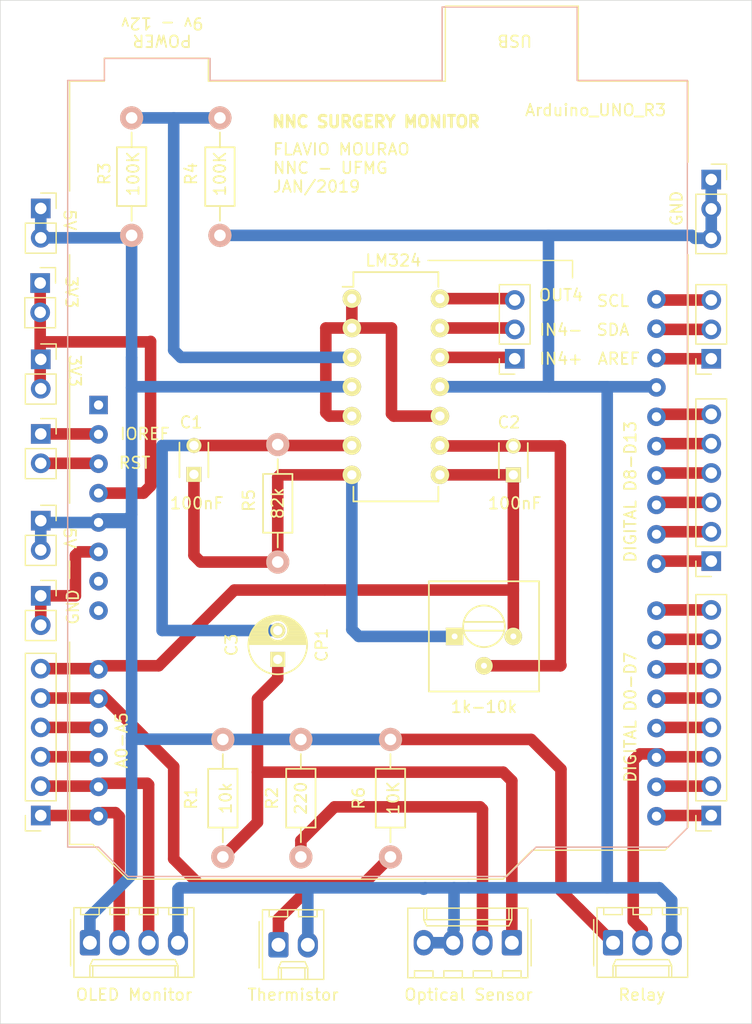
<source format=kicad_pcb>
(kicad_pcb (version 20171130) (host pcbnew "(6.0.0-rc1-dev-1060-g57de7d146)")

  (general
    (thickness 1.6)
    (drawings 47)
    (tracks 197)
    (zones 0)
    (modules 28)
    (nets 43)
  )

  (page A4)
  (layers
    (0 F.Cu signal)
    (31 B.Cu signal)
    (32 B.Adhes user)
    (33 F.Adhes user)
    (34 B.Paste user)
    (35 F.Paste user)
    (36 B.SilkS user)
    (37 F.SilkS user)
    (38 B.Mask user)
    (39 F.Mask user)
    (40 Dwgs.User user)
    (41 Cmts.User user)
    (42 Eco1.User user)
    (43 Eco2.User user)
    (44 Edge.Cuts user)
    (45 Margin user)
    (46 B.CrtYd user)
    (47 F.CrtYd user)
    (48 B.Fab user)
    (49 F.Fab user)
  )

  (setup
    (last_trace_width 0.25)
    (user_trace_width 1)
    (trace_clearance 0.2)
    (zone_clearance 0.508)
    (zone_45_only no)
    (trace_min 0.2)
    (via_size 0.8)
    (via_drill 0.4)
    (via_min_size 0.4)
    (via_min_drill 0.3)
    (user_via 0.6 0.4)
    (uvia_size 0.3)
    (uvia_drill 0.1)
    (uvias_allowed no)
    (uvia_min_size 0.2)
    (uvia_min_drill 0.1)
    (edge_width 0.05)
    (segment_width 0.2)
    (pcb_text_width 0.3)
    (pcb_text_size 1.5 1.5)
    (mod_edge_width 0.12)
    (mod_text_size 1 1)
    (mod_text_width 0.15)
    (pad_size 1.7 1.7)
    (pad_drill 1)
    (pad_to_mask_clearance 0.051)
    (solder_mask_min_width 0.25)
    (aux_axis_origin 0 0)
    (visible_elements FFFFF77F)
    (pcbplotparams
      (layerselection 0x010fc_ffffffff)
      (usegerberextensions false)
      (usegerberattributes false)
      (usegerberadvancedattributes false)
      (creategerberjobfile false)
      (excludeedgelayer true)
      (linewidth 0.100000)
      (plotframeref false)
      (viasonmask false)
      (mode 1)
      (useauxorigin false)
      (hpglpennumber 1)
      (hpglpenspeed 20)
      (hpglpendiameter 15.000000)
      (psnegative false)
      (psa4output false)
      (plotreference true)
      (plotvalue true)
      (plotinvisibletext false)
      (padsonsilk false)
      (subtractmaskfromsilk false)
      (outputformat 1)
      (mirror false)
      (drillshape 1)
      (scaleselection 1)
      (outputdirectory ""))
  )

  (net 0 "")
  (net 1 "Net-(A1-Pad8)")
  (net 2 "Net-(A1-Pad7)")
  (net 3 "Net-(A1-Pad6)")
  (net 4 "Net-(A1-Pad1)")
  (net 5 "Net-(C1-Pad2)")
  (net 6 "Net-(C1-Pad1)")
  (net 7 "Net-(C2-Pad2)")
  (net 8 "Net-(C3-Pad1)")
  (net 9 "Net-(J1-Pad2)")
  (net 10 "Net-(R3-Pad2)")
  (net 11 "Net-(U1-Pad1)")
  (net 12 SCL)
  (net 13 SDA)
  (net 14 D2)
  (net 15 IOREF)
  (net 16 D3)
  (net 17 RESET)
  (net 18 D4)
  (net 19 3V3)
  (net 20 D5)
  (net 21 +5V)
  (net 22 D6)
  (net 23 D7)
  (net 24 D8)
  (net 25 D9)
  (net 26 A0)
  (net 27 D10)
  (net 28 A1)
  (net 29 D11)
  (net 30 A2)
  (net 31 D12)
  (net 32 A3)
  (net 33 D13)
  (net 34 A4_SDA)
  (net 35 GND)
  (net 36 A5_SCL)
  (net 37 AREF)
  (net 38 D0_RX)
  (net 39 D1_TX)
  (net 40 "Net-(J15-Pad3)")
  (net 41 "Net-(J15-Pad2)")
  (net 42 "Net-(J15-Pad1)")

  (net_class Default "This is the default net class."
    (clearance 0.2)
    (trace_width 0.25)
    (via_dia 0.8)
    (via_drill 0.4)
    (uvia_dia 0.3)
    (uvia_drill 0.1)
    (add_net +5V)
    (add_net 3V3)
    (add_net A0)
    (add_net A1)
    (add_net A2)
    (add_net A3)
    (add_net A4_SDA)
    (add_net A5_SCL)
    (add_net AREF)
    (add_net D0_RX)
    (add_net D10)
    (add_net D11)
    (add_net D12)
    (add_net D13)
    (add_net D1_TX)
    (add_net D2)
    (add_net D3)
    (add_net D4)
    (add_net D5)
    (add_net D6)
    (add_net D7)
    (add_net D8)
    (add_net D9)
    (add_net GND)
    (add_net IOREF)
    (add_net "Net-(A1-Pad1)")
    (add_net "Net-(A1-Pad6)")
    (add_net "Net-(A1-Pad7)")
    (add_net "Net-(A1-Pad8)")
    (add_net "Net-(C1-Pad1)")
    (add_net "Net-(C1-Pad2)")
    (add_net "Net-(C2-Pad2)")
    (add_net "Net-(C3-Pad1)")
    (add_net "Net-(J1-Pad2)")
    (add_net "Net-(J15-Pad1)")
    (add_net "Net-(J15-Pad2)")
    (add_net "Net-(J15-Pad3)")
    (add_net "Net-(R3-Pad2)")
    (add_net "Net-(U1-Pad1)")
    (add_net RESET)
    (add_net SCL)
    (add_net SDA)
  )

  (module Connector_PinSocket_2.54mm:PinSocket_1x02_P2.54mm_Vertical (layer F.Cu) (tedit 5C8FFE31) (tstamp 5C90091B)
    (at 78.5 56.05)
    (descr "Through hole straight socket strip, 1x02, 2.54mm pitch, single row (from Kicad 4.0.7), script generated")
    (tags "Through hole socket strip THT 1x02 2.54mm single row")
    (path /5C9C5B4D)
    (fp_text reference J13 (at 0 -2.77) (layer F.SilkS) hide
      (effects (font (size 1 1) (thickness 0.15)))
    )
    (fp_text value Conn_01x02_Female (at 0 5.31) (layer F.Fab) hide
      (effects (font (size 1 1) (thickness 0.15)))
    )
    (fp_line (start -1.27 -1.27) (end 0.635 -1.27) (layer F.Fab) (width 0.1))
    (fp_line (start 0.635 -1.27) (end 1.27 -0.635) (layer F.Fab) (width 0.1))
    (fp_line (start 1.27 -0.635) (end 1.27 3.81) (layer F.Fab) (width 0.1))
    (fp_line (start 1.27 3.81) (end -1.27 3.81) (layer F.Fab) (width 0.1))
    (fp_line (start -1.27 3.81) (end -1.27 -1.27) (layer F.Fab) (width 0.1))
    (fp_line (start -1.33 1.27) (end 1.33 1.27) (layer F.SilkS) (width 0.12))
    (fp_line (start -1.33 1.27) (end -1.33 3.87) (layer F.SilkS) (width 0.12))
    (fp_line (start -1.33 3.87) (end 1.33 3.87) (layer F.SilkS) (width 0.12))
    (fp_line (start 1.33 1.27) (end 1.33 3.87) (layer F.SilkS) (width 0.12))
    (fp_line (start 1.33 -1.33) (end 1.33 0) (layer F.SilkS) (width 0.12))
    (fp_line (start 0 -1.33) (end 1.33 -1.33) (layer F.SilkS) (width 0.12))
    (fp_line (start -1.8 -1.8) (end 1.75 -1.8) (layer F.CrtYd) (width 0.05))
    (fp_line (start 1.75 -1.8) (end 1.75 4.3) (layer F.CrtYd) (width 0.05))
    (fp_line (start 1.75 4.3) (end -1.8 4.3) (layer F.CrtYd) (width 0.05))
    (fp_line (start -1.8 4.3) (end -1.8 -1.8) (layer F.CrtYd) (width 0.05))
    (fp_text user %R (at 4.5 0) (layer F.SilkS) hide
      (effects (font (size 1 1) (thickness 0.15)))
    )
    (pad 1 thru_hole rect (at 0 0) (size 1.7 1.7) (drill 1) (layers *.Cu *.Mask)
      (net 19 3V3))
    (pad 2 thru_hole oval (at 0 2.54) (size 1.7 1.7) (drill 1) (layers *.Cu *.Mask)
      (net 19 3V3))
    (model ${KISYS3DMOD}/Connector_PinSocket_2.54mm.3dshapes/PinSocket_1x02_P2.54mm_Vertical.wrl
      (at (xyz 0 0 0))
      (scale (xyz 1 1 1))
      (rotate (xyz 0 0 0))
    )
  )

  (module Connector_PinSocket_2.54mm:PinSocket_1x03_P2.54mm_Vertical (layer F.Cu) (tedit 5C503D71) (tstamp 5C50C0AE)
    (at 119.5 56 180)
    (descr "Through hole straight socket strip, 1x03, 2.54mm pitch, single row (from Kicad 4.0.7), script generated")
    (tags "Through hole socket strip THT 1x03 2.54mm single row")
    (path /5C5CB17E)
    (fp_text reference J15 (at 0 -2.77 180) (layer F.SilkS) hide
      (effects (font (size 1 1) (thickness 0.15)))
    )
    (fp_text value Conn_01x03_Female (at 0 7.85 180) (layer F.Fab) hide
      (effects (font (size 1 1) (thickness 0.15)))
    )
    (fp_text user %R (at 0 2.54 270) (layer F.Fab)
      (effects (font (size 1 1) (thickness 0.15)))
    )
    (fp_line (start -1.8 6.85) (end -1.8 -1.8) (layer F.CrtYd) (width 0.05))
    (fp_line (start 1.75 6.85) (end -1.8 6.85) (layer F.CrtYd) (width 0.05))
    (fp_line (start 1.75 -1.8) (end 1.75 6.85) (layer F.CrtYd) (width 0.05))
    (fp_line (start -1.8 -1.8) (end 1.75 -1.8) (layer F.CrtYd) (width 0.05))
    (fp_line (start 0 -1.33) (end 1.33 -1.33) (layer F.SilkS) (width 0.12))
    (fp_line (start 1.33 -1.33) (end 1.33 0) (layer F.SilkS) (width 0.12))
    (fp_line (start 1.33 1.27) (end 1.33 6.41) (layer F.SilkS) (width 0.12))
    (fp_line (start -1.33 6.41) (end 1.33 6.41) (layer F.SilkS) (width 0.12))
    (fp_line (start -1.33 1.27) (end -1.33 6.41) (layer F.SilkS) (width 0.12))
    (fp_line (start -1.33 1.27) (end 1.33 1.27) (layer F.SilkS) (width 0.12))
    (fp_line (start -1.27 6.35) (end -1.27 -1.27) (layer F.Fab) (width 0.1))
    (fp_line (start 1.27 6.35) (end -1.27 6.35) (layer F.Fab) (width 0.1))
    (fp_line (start 1.27 -0.635) (end 1.27 6.35) (layer F.Fab) (width 0.1))
    (fp_line (start 0.635 -1.27) (end 1.27 -0.635) (layer F.Fab) (width 0.1))
    (fp_line (start -1.27 -1.27) (end 0.635 -1.27) (layer F.Fab) (width 0.1))
    (pad 3 thru_hole oval (at 0 5.08 180) (size 1.7 1.7) (drill 1) (layers *.Cu *.Mask)
      (net 40 "Net-(J15-Pad3)"))
    (pad 2 thru_hole oval (at 0 2.54 180) (size 1.7 1.7) (drill 1) (layers *.Cu *.Mask)
      (net 41 "Net-(J15-Pad2)"))
    (pad 1 thru_hole rect (at 0 0 180) (size 1.7 1.7) (drill 1) (layers *.Cu *.Mask)
      (net 42 "Net-(J15-Pad1)"))
    (model ${KISYS3DMOD}/Connector_PinSocket_2.54mm.3dshapes/PinSocket_1x03_P2.54mm_Vertical.wrl
      (at (xyz 0 0 0))
      (scale (xyz 1 1 1))
      (rotate (xyz 0 0 0))
    )
  )

  (module Connector_PinSocket_2.54mm:PinSocket_1x02_P2.54mm_Vertical (layer F.Cu) (tedit 5C503E21) (tstamp 5C506A35)
    (at 78.5 76.5)
    (descr "Through hole straight socket strip, 1x02, 2.54mm pitch, single row (from Kicad 4.0.7), script generated")
    (tags "Through hole socket strip THT 1x02 2.54mm single row")
    (path /5C9CB3A6)
    (fp_text reference J8 (at 0 -2.77) (layer F.SilkS) hide
      (effects (font (size 1 1) (thickness 0.15)))
    )
    (fp_text value GND (at 2.78 0.97 -90) (layer F.SilkS)
      (effects (font (size 1 1) (thickness 0.15)))
    )
    (fp_text user %R (at 0 1.27 90) (layer F.Fab) hide
      (effects (font (size 1 1) (thickness 0.15)))
    )
    (fp_line (start -1.8 4.3) (end -1.8 -1.8) (layer F.CrtYd) (width 0.05))
    (fp_line (start 1.75 4.3) (end -1.8 4.3) (layer F.CrtYd) (width 0.05))
    (fp_line (start 1.75 -1.8) (end 1.75 4.3) (layer F.CrtYd) (width 0.05))
    (fp_line (start -1.8 -1.8) (end 1.75 -1.8) (layer F.CrtYd) (width 0.05))
    (fp_line (start 0 -1.33) (end 1.33 -1.33) (layer F.SilkS) (width 0.12))
    (fp_line (start 1.33 -1.33) (end 1.33 0) (layer F.SilkS) (width 0.12))
    (fp_line (start 1.33 1.27) (end 1.33 3.87) (layer F.SilkS) (width 0.12))
    (fp_line (start -1.33 3.87) (end 1.33 3.87) (layer F.SilkS) (width 0.12))
    (fp_line (start -1.33 1.27) (end -1.33 3.87) (layer F.SilkS) (width 0.12))
    (fp_line (start -1.33 1.27) (end 1.33 1.27) (layer F.SilkS) (width 0.12))
    (fp_line (start -1.27 3.81) (end -1.27 -1.27) (layer F.Fab) (width 0.1))
    (fp_line (start 1.27 3.81) (end -1.27 3.81) (layer F.Fab) (width 0.1))
    (fp_line (start 1.27 -0.635) (end 1.27 3.81) (layer F.Fab) (width 0.1))
    (fp_line (start 0.635 -1.27) (end 1.27 -0.635) (layer F.Fab) (width 0.1))
    (fp_line (start -1.27 -1.27) (end 0.635 -1.27) (layer F.Fab) (width 0.1))
    (pad 2 thru_hole oval (at 0 2.54) (size 1.7 1.7) (drill 1) (layers *.Cu *.Mask)
      (net 21 +5V))
    (pad 1 thru_hole rect (at 0 0) (size 1.7 1.7) (drill 1) (layers *.Cu *.Mask)
      (net 21 +5V))
    (model ${KISYS3DMOD}/Connector_PinSocket_2.54mm.3dshapes/PinSocket_1x02_P2.54mm_Vertical.wrl
      (at (xyz 0 0 0))
      (scale (xyz 1 1 1))
      (rotate (xyz 0 0 0))
    )
  )

  (module Connector_PinSocket_2.54mm:PinSocket_1x02_P2.54mm_Vertical (layer F.Cu) (tedit 5C8FFDAE) (tstamp 5C50679F)
    (at 78.5 70)
    (descr "Through hole straight socket strip, 1x02, 2.54mm pitch, single row (from Kicad 4.0.7), script generated")
    (tags "Through hole socket strip THT 1x02 2.54mm single row")
    (path /5C9B632C)
    (fp_text reference J10 (at 0 -2.77) (layer F.SilkS) hide
      (effects (font (size 1 1) (thickness 0.15)))
    )
    (fp_text value Conn_01x02_Female (at 7.5 0) (layer F.SilkS) hide
      (effects (font (size 1 1) (thickness 0.15)))
    )
    (fp_line (start -1.27 -1.27) (end 0.635 -1.27) (layer F.Fab) (width 0.1))
    (fp_line (start 0.635 -1.27) (end 1.27 -0.635) (layer F.Fab) (width 0.1))
    (fp_line (start 1.27 -0.635) (end 1.27 3.81) (layer F.Fab) (width 0.1))
    (fp_line (start 1.27 3.81) (end -1.27 3.81) (layer F.Fab) (width 0.1))
    (fp_line (start -1.27 3.81) (end -1.27 -1.27) (layer F.Fab) (width 0.1))
    (fp_line (start -1.33 1.27) (end 1.33 1.27) (layer F.SilkS) (width 0.12))
    (fp_line (start -1.33 1.27) (end -1.33 3.87) (layer F.SilkS) (width 0.12))
    (fp_line (start -1.33 3.87) (end 1.33 3.87) (layer F.SilkS) (width 0.12))
    (fp_line (start 1.33 1.27) (end 1.33 3.87) (layer F.SilkS) (width 0.12))
    (fp_line (start 1.33 -1.33) (end 1.33 0) (layer F.SilkS) (width 0.12))
    (fp_line (start 0 -1.33) (end 1.33 -1.33) (layer F.SilkS) (width 0.12))
    (fp_line (start -1.8 -1.8) (end 1.75 -1.8) (layer F.CrtYd) (width 0.05))
    (fp_line (start 1.75 -1.8) (end 1.75 4.3) (layer F.CrtYd) (width 0.05))
    (fp_line (start 1.75 4.3) (end -1.8 4.3) (layer F.CrtYd) (width 0.05))
    (fp_line (start -1.8 4.3) (end -1.8 -1.8) (layer F.CrtYd) (width 0.05))
    (fp_text user %R (at 0 1.27 90) (layer F.Fab) hide
      (effects (font (size 1 1) (thickness 0.15)))
    )
    (pad 1 thru_hole rect (at 0 0) (size 1.7 1.7) (drill 1) (layers *.Cu *.Mask)
      (net 21 +5V))
    (pad 2 thru_hole oval (at 0 2.54) (size 1.7 1.7) (drill 1) (layers *.Cu *.Mask)
      (net 21 +5V))
    (model ${KISYS3DMOD}/Connector_PinSocket_2.54mm.3dshapes/PinSocket_1x02_P2.54mm_Vertical.wrl
      (at (xyz 0 0 0))
      (scale (xyz 1 1 1))
      (rotate (xyz 0 0 0))
    )
  )

  (module Connector_PinSocket_2.54mm:PinSocket_1x06_P2.54mm_Vertical (layer F.Cu) (tedit 5A19A430) (tstamp 5C502B79)
    (at 136.5 73.5 180)
    (descr "Through hole straight socket strip, 1x06, 2.54mm pitch, single row (from Kicad 4.0.7), script generated")
    (tags "Through hole socket strip THT 1x06 2.54mm single row")
    (path /5C589688)
    (fp_text reference J14 (at 0 -2.77 180) (layer F.SilkS) hide
      (effects (font (size 1 1) (thickness 0.15)))
    )
    (fp_text value "DIGITAL D8-D13" (at 7 6 270) (layer F.SilkS)
      (effects (font (size 1 1) (thickness 0.15)))
    )
    (fp_text user %R (at 0 6.35 270) (layer F.Fab) hide
      (effects (font (size 1 1) (thickness 0.15)))
    )
    (fp_line (start -1.8 14.45) (end -1.8 -1.8) (layer F.CrtYd) (width 0.05))
    (fp_line (start 1.75 14.45) (end -1.8 14.45) (layer F.CrtYd) (width 0.05))
    (fp_line (start 1.75 -1.8) (end 1.75 14.45) (layer F.CrtYd) (width 0.05))
    (fp_line (start -1.8 -1.8) (end 1.75 -1.8) (layer F.CrtYd) (width 0.05))
    (fp_line (start 0 -1.33) (end 1.33 -1.33) (layer F.SilkS) (width 0.12))
    (fp_line (start 1.33 -1.33) (end 1.33 0) (layer F.SilkS) (width 0.12))
    (fp_line (start 1.33 1.27) (end 1.33 14.03) (layer F.SilkS) (width 0.12))
    (fp_line (start -1.33 14.03) (end 1.33 14.03) (layer F.SilkS) (width 0.12))
    (fp_line (start -1.33 1.27) (end -1.33 14.03) (layer F.SilkS) (width 0.12))
    (fp_line (start -1.33 1.27) (end 1.33 1.27) (layer F.SilkS) (width 0.12))
    (fp_line (start -1.27 13.97) (end -1.27 -1.27) (layer F.Fab) (width 0.1))
    (fp_line (start 1.27 13.97) (end -1.27 13.97) (layer F.Fab) (width 0.1))
    (fp_line (start 1.27 -0.635) (end 1.27 13.97) (layer F.Fab) (width 0.1))
    (fp_line (start 0.635 -1.27) (end 1.27 -0.635) (layer F.Fab) (width 0.1))
    (fp_line (start -1.27 -1.27) (end 0.635 -1.27) (layer F.Fab) (width 0.1))
    (pad 6 thru_hole oval (at 0 12.7 180) (size 1.7 1.7) (drill 1) (layers *.Cu *.Mask)
      (net 33 D13))
    (pad 5 thru_hole oval (at 0 10.16 180) (size 1.7 1.7) (drill 1) (layers *.Cu *.Mask)
      (net 31 D12))
    (pad 4 thru_hole oval (at 0 7.62 180) (size 1.7 1.7) (drill 1) (layers *.Cu *.Mask)
      (net 29 D11))
    (pad 3 thru_hole oval (at 0 5.08 180) (size 1.7 1.7) (drill 1) (layers *.Cu *.Mask)
      (net 27 D10))
    (pad 2 thru_hole oval (at 0 2.54 180) (size 1.7 1.7) (drill 1) (layers *.Cu *.Mask)
      (net 25 D9))
    (pad 1 thru_hole rect (at 0 0 180) (size 1.7 1.7) (drill 1) (layers *.Cu *.Mask)
      (net 24 D8))
    (model ${KISYS3DMOD}/Connector_PinSocket_2.54mm.3dshapes/PinSocket_1x06_P2.54mm_Vertical.wrl
      (at (xyz 0 0 0))
      (scale (xyz 1 1 1))
      (rotate (xyz 0 0 0))
    )
  )

  (module Connector_PinSocket_2.54mm:PinSocket_1x02_P2.54mm_Vertical (layer F.Cu) (tedit 5A19A420) (tstamp 5C502B49)
    (at 78.5 62.5)
    (descr "Through hole straight socket strip, 1x02, 2.54mm pitch, single row (from Kicad 4.0.7), script generated")
    (tags "Through hole socket strip THT 1x02 2.54mm single row")
    (path /5C5421FF)
    (fp_text reference J12 (at 0 -2.77) (layer F.SilkS) hide
      (effects (font (size 1 1) (thickness 0.15)))
    )
    (fp_text value Conn_01x02_Female (at 0 5.31) (layer F.Fab) hide
      (effects (font (size 1 1) (thickness 0.15)))
    )
    (fp_text user IOREF (at 9 0 180) (layer F.SilkS)
      (effects (font (size 1 1) (thickness 0.15)))
    )
    (fp_line (start -1.8 4.3) (end -1.8 -1.8) (layer F.CrtYd) (width 0.05))
    (fp_line (start 1.75 4.3) (end -1.8 4.3) (layer F.CrtYd) (width 0.05))
    (fp_line (start 1.75 -1.8) (end 1.75 4.3) (layer F.CrtYd) (width 0.05))
    (fp_line (start -1.8 -1.8) (end 1.75 -1.8) (layer F.CrtYd) (width 0.05))
    (fp_line (start 0 -1.33) (end 1.33 -1.33) (layer F.SilkS) (width 0.12))
    (fp_line (start 1.33 -1.33) (end 1.33 0) (layer F.SilkS) (width 0.12))
    (fp_line (start 1.33 1.27) (end 1.33 3.87) (layer F.SilkS) (width 0.12))
    (fp_line (start -1.33 3.87) (end 1.33 3.87) (layer F.SilkS) (width 0.12))
    (fp_line (start -1.33 1.27) (end -1.33 3.87) (layer F.SilkS) (width 0.12))
    (fp_line (start -1.33 1.27) (end 1.33 1.27) (layer F.SilkS) (width 0.12))
    (fp_line (start -1.27 3.81) (end -1.27 -1.27) (layer F.Fab) (width 0.1))
    (fp_line (start 1.27 3.81) (end -1.27 3.81) (layer F.Fab) (width 0.1))
    (fp_line (start 1.27 -0.635) (end 1.27 3.81) (layer F.Fab) (width 0.1))
    (fp_line (start 0.635 -1.27) (end 1.27 -0.635) (layer F.Fab) (width 0.1))
    (fp_line (start -1.27 -1.27) (end 0.635 -1.27) (layer F.Fab) (width 0.1))
    (pad 2 thru_hole oval (at 0 2.54) (size 1.7 1.7) (drill 1) (layers *.Cu *.Mask)
      (net 17 RESET))
    (pad 1 thru_hole rect (at 0 0) (size 1.7 1.7) (drill 1) (layers *.Cu *.Mask)
      (net 15 IOREF))
    (model ${KISYS3DMOD}/Connector_PinSocket_2.54mm.3dshapes/PinSocket_1x02_P2.54mm_Vertical.wrl
      (at (xyz 0 0 0))
      (scale (xyz 1 1 1))
      (rotate (xyz 0 0 0))
    )
  )

  (module Connector_PinSocket_2.54mm:PinSocket_1x06_P2.54mm_Vertical (layer F.Cu) (tedit 5A19A430) (tstamp 5C502B33)
    (at 78.5 95.5 180)
    (descr "Through hole straight socket strip, 1x06, 2.54mm pitch, single row (from Kicad 4.0.7), script generated")
    (tags "Through hole socket strip THT 1x06 2.54mm single row")
    (path /5C54A5F0)
    (fp_text reference J11 (at 0 -2.77 180) (layer F.SilkS) hide
      (effects (font (size 1 1) (thickness 0.15)))
    )
    (fp_text value Conn_01x06_Female (at 0 15.47 180) (layer F.Fab) hide
      (effects (font (size 1 1) (thickness 0.15)))
    )
    (fp_text user A0-A5 (at -7 6.5 -90) (layer F.SilkS)
      (effects (font (size 1 1) (thickness 0.15)))
    )
    (fp_line (start -1.8 14.45) (end -1.8 -1.8) (layer F.CrtYd) (width 0.05))
    (fp_line (start 1.75 14.45) (end -1.8 14.45) (layer F.CrtYd) (width 0.05))
    (fp_line (start 1.75 -1.8) (end 1.75 14.45) (layer F.CrtYd) (width 0.05))
    (fp_line (start -1.8 -1.8) (end 1.75 -1.8) (layer F.CrtYd) (width 0.05))
    (fp_line (start 0 -1.33) (end 1.33 -1.33) (layer F.SilkS) (width 0.12))
    (fp_line (start 1.33 -1.33) (end 1.33 0) (layer F.SilkS) (width 0.12))
    (fp_line (start 1.33 1.27) (end 1.33 14.03) (layer F.SilkS) (width 0.12))
    (fp_line (start -1.33 14.03) (end 1.33 14.03) (layer F.SilkS) (width 0.12))
    (fp_line (start -1.33 1.27) (end -1.33 14.03) (layer F.SilkS) (width 0.12))
    (fp_line (start -1.33 1.27) (end 1.33 1.27) (layer F.SilkS) (width 0.12))
    (fp_line (start -1.27 13.97) (end -1.27 -1.27) (layer F.Fab) (width 0.1))
    (fp_line (start 1.27 13.97) (end -1.27 13.97) (layer F.Fab) (width 0.1))
    (fp_line (start 1.27 -0.635) (end 1.27 13.97) (layer F.Fab) (width 0.1))
    (fp_line (start 0.635 -1.27) (end 1.27 -0.635) (layer F.Fab) (width 0.1))
    (fp_line (start -1.27 -1.27) (end 0.635 -1.27) (layer F.Fab) (width 0.1))
    (pad 6 thru_hole oval (at 0 12.7 180) (size 1.7 1.7) (drill 1) (layers *.Cu *.Mask)
      (net 26 A0))
    (pad 5 thru_hole oval (at 0 10.16 180) (size 1.7 1.7) (drill 1) (layers *.Cu *.Mask)
      (net 28 A1))
    (pad 4 thru_hole oval (at 0 7.62 180) (size 1.7 1.7) (drill 1) (layers *.Cu *.Mask)
      (net 30 A2))
    (pad 3 thru_hole oval (at 0 5.08 180) (size 1.7 1.7) (drill 1) (layers *.Cu *.Mask)
      (net 32 A3))
    (pad 2 thru_hole oval (at 0 2.54 180) (size 1.7 1.7) (drill 1) (layers *.Cu *.Mask)
      (net 34 A4_SDA))
    (pad 1 thru_hole rect (at 0 0 180) (size 1.7 1.7) (drill 1) (layers *.Cu *.Mask)
      (net 36 A5_SCL))
    (model ${KISYS3DMOD}/Connector_PinSocket_2.54mm.3dshapes/PinSocket_1x06_P2.54mm_Vertical.wrl
      (at (xyz 0 0 0))
      (scale (xyz 1 1 1))
      (rotate (xyz 0 0 0))
    )
  )

  (module Connector_PinSocket_2.54mm:PinSocket_1x02_P2.54mm_Vertical (layer F.Cu) (tedit 5A19A420) (tstamp 5C502B03)
    (at 78.45 49.45)
    (descr "Through hole straight socket strip, 1x02, 2.54mm pitch, single row (from Kicad 4.0.7), script generated")
    (tags "Through hole socket strip THT 1x02 2.54mm single row")
    (path /5C9C5B4D)
    (fp_text reference J9 (at 0 -2.77) (layer F.SilkS) hide
      (effects (font (size 1 1) (thickness 0.15)))
    )
    (fp_text value Conn_01x02_Female (at 0 5.31) (layer F.Fab) hide
      (effects (font (size 1 1) (thickness 0.15)))
    )
    (fp_text user %R (at 4.5 0) (layer F.SilkS) hide
      (effects (font (size 1 1) (thickness 0.15)))
    )
    (fp_line (start -1.8 4.3) (end -1.8 -1.8) (layer F.CrtYd) (width 0.05))
    (fp_line (start 1.75 4.3) (end -1.8 4.3) (layer F.CrtYd) (width 0.05))
    (fp_line (start 1.75 -1.8) (end 1.75 4.3) (layer F.CrtYd) (width 0.05))
    (fp_line (start -1.8 -1.8) (end 1.75 -1.8) (layer F.CrtYd) (width 0.05))
    (fp_line (start 0 -1.33) (end 1.33 -1.33) (layer F.SilkS) (width 0.12))
    (fp_line (start 1.33 -1.33) (end 1.33 0) (layer F.SilkS) (width 0.12))
    (fp_line (start 1.33 1.27) (end 1.33 3.87) (layer F.SilkS) (width 0.12))
    (fp_line (start -1.33 3.87) (end 1.33 3.87) (layer F.SilkS) (width 0.12))
    (fp_line (start -1.33 1.27) (end -1.33 3.87) (layer F.SilkS) (width 0.12))
    (fp_line (start -1.33 1.27) (end 1.33 1.27) (layer F.SilkS) (width 0.12))
    (fp_line (start -1.27 3.81) (end -1.27 -1.27) (layer F.Fab) (width 0.1))
    (fp_line (start 1.27 3.81) (end -1.27 3.81) (layer F.Fab) (width 0.1))
    (fp_line (start 1.27 -0.635) (end 1.27 3.81) (layer F.Fab) (width 0.1))
    (fp_line (start 0.635 -1.27) (end 1.27 -0.635) (layer F.Fab) (width 0.1))
    (fp_line (start -1.27 -1.27) (end 0.635 -1.27) (layer F.Fab) (width 0.1))
    (pad 2 thru_hole oval (at 0 2.54) (size 1.7 1.7) (drill 1) (layers *.Cu *.Mask)
      (net 19 3V3))
    (pad 1 thru_hole rect (at 0 0) (size 1.7 1.7) (drill 1) (layers *.Cu *.Mask)
      (net 19 3V3))
    (model ${KISYS3DMOD}/Connector_PinSocket_2.54mm.3dshapes/PinSocket_1x02_P2.54mm_Vertical.wrl
      (at (xyz 0 0 0))
      (scale (xyz 1 1 1))
      (rotate (xyz 0 0 0))
    )
  )

  (module Connector_PinSocket_2.54mm:PinSocket_1x02_P2.54mm_Vertical (layer F.Cu) (tedit 5A19A420) (tstamp 5C502AED)
    (at 78.5 43)
    (descr "Through hole straight socket strip, 1x02, 2.54mm pitch, single row (from Kicad 4.0.7), script generated")
    (tags "Through hole socket strip THT 1x02 2.54mm single row")
    (path /5C9CB3A6)
    (fp_text reference J8 (at 0 -2.77) (layer F.SilkS) hide
      (effects (font (size 1 1) (thickness 0.15)))
    )
    (fp_text value Conn_01x02_Female (at 4 0) (layer F.SilkS) hide
      (effects (font (size 1 1) (thickness 0.15)))
    )
    (fp_text user %R (at 0 1.27 90) (layer F.Fab) hide
      (effects (font (size 1 1) (thickness 0.15)))
    )
    (fp_line (start -1.8 4.3) (end -1.8 -1.8) (layer F.CrtYd) (width 0.05))
    (fp_line (start 1.75 4.3) (end -1.8 4.3) (layer F.CrtYd) (width 0.05))
    (fp_line (start 1.75 -1.8) (end 1.75 4.3) (layer F.CrtYd) (width 0.05))
    (fp_line (start -1.8 -1.8) (end 1.75 -1.8) (layer F.CrtYd) (width 0.05))
    (fp_line (start 0 -1.33) (end 1.33 -1.33) (layer F.SilkS) (width 0.12))
    (fp_line (start 1.33 -1.33) (end 1.33 0) (layer F.SilkS) (width 0.12))
    (fp_line (start 1.33 1.27) (end 1.33 3.87) (layer F.SilkS) (width 0.12))
    (fp_line (start -1.33 3.87) (end 1.33 3.87) (layer F.SilkS) (width 0.12))
    (fp_line (start -1.33 1.27) (end -1.33 3.87) (layer F.SilkS) (width 0.12))
    (fp_line (start -1.33 1.27) (end 1.33 1.27) (layer F.SilkS) (width 0.12))
    (fp_line (start -1.27 3.81) (end -1.27 -1.27) (layer F.Fab) (width 0.1))
    (fp_line (start 1.27 3.81) (end -1.27 3.81) (layer F.Fab) (width 0.1))
    (fp_line (start 1.27 -0.635) (end 1.27 3.81) (layer F.Fab) (width 0.1))
    (fp_line (start 0.635 -1.27) (end 1.27 -0.635) (layer F.Fab) (width 0.1))
    (fp_line (start -1.27 -1.27) (end 0.635 -1.27) (layer F.Fab) (width 0.1))
    (pad 2 thru_hole oval (at 0 2.54) (size 1.7 1.7) (drill 1) (layers *.Cu *.Mask)
      (net 21 +5V))
    (pad 1 thru_hole rect (at 0 0) (size 1.7 1.7) (drill 1) (layers *.Cu *.Mask)
      (net 21 +5V))
    (model ${KISYS3DMOD}/Connector_PinSocket_2.54mm.3dshapes/PinSocket_1x02_P2.54mm_Vertical.wrl
      (at (xyz 0 0 0))
      (scale (xyz 1 1 1))
      (rotate (xyz 0 0 0))
    )
  )

  (module Connector_PinSocket_2.54mm:PinSocket_1x03_P2.54mm_Vertical (layer F.Cu) (tedit 5A19A429) (tstamp 5C502AD7)
    (at 136.5 40.5)
    (descr "Through hole straight socket strip, 1x03, 2.54mm pitch, single row (from Kicad 4.0.7), script generated")
    (tags "Through hole socket strip THT 1x03 2.54mm single row")
    (path /5C9651B2)
    (fp_text reference J7 (at 0 -2.77) (layer F.SilkS) hide
      (effects (font (size 1 1) (thickness 0.15)))
    )
    (fp_text value Conn_01x03_Female (at 0 7.85) (layer F.Fab) hide
      (effects (font (size 1 1) (thickness 0.15)))
    )
    (fp_line (start -1.8 6.85) (end -1.8 -1.8) (layer F.CrtYd) (width 0.05))
    (fp_line (start 1.75 6.85) (end -1.8 6.85) (layer F.CrtYd) (width 0.05))
    (fp_line (start 1.75 -1.8) (end 1.75 6.85) (layer F.CrtYd) (width 0.05))
    (fp_line (start -1.8 -1.8) (end 1.75 -1.8) (layer F.CrtYd) (width 0.05))
    (fp_line (start 0 -1.33) (end 1.33 -1.33) (layer F.SilkS) (width 0.12))
    (fp_line (start 1.33 -1.33) (end 1.33 0) (layer F.SilkS) (width 0.12))
    (fp_line (start 1.33 1.27) (end 1.33 6.41) (layer F.SilkS) (width 0.12))
    (fp_line (start -1.33 6.41) (end 1.33 6.41) (layer F.SilkS) (width 0.12))
    (fp_line (start -1.33 1.27) (end -1.33 6.41) (layer F.SilkS) (width 0.12))
    (fp_line (start -1.33 1.27) (end 1.33 1.27) (layer F.SilkS) (width 0.12))
    (fp_line (start -1.27 6.35) (end -1.27 -1.27) (layer F.Fab) (width 0.1))
    (fp_line (start 1.27 6.35) (end -1.27 6.35) (layer F.Fab) (width 0.1))
    (fp_line (start 1.27 -0.635) (end 1.27 6.35) (layer F.Fab) (width 0.1))
    (fp_line (start 0.635 -1.27) (end 1.27 -0.635) (layer F.Fab) (width 0.1))
    (fp_line (start -1.27 -1.27) (end 0.635 -1.27) (layer F.Fab) (width 0.1))
    (pad 3 thru_hole oval (at 0 5.08) (size 1.7 1.7) (drill 1) (layers *.Cu *.Mask)
      (net 35 GND))
    (pad 2 thru_hole oval (at 0 2.54) (size 1.7 1.7) (drill 1) (layers *.Cu *.Mask)
      (net 35 GND))
    (pad 1 thru_hole rect (at 0 0) (size 1.7 1.7) (drill 1) (layers *.Cu *.Mask)
      (net 35 GND))
    (model ${KISYS3DMOD}/Connector_PinSocket_2.54mm.3dshapes/PinSocket_1x03_P2.54mm_Vertical.wrl
      (at (xyz 0 0 0))
      (scale (xyz 1 1 1))
      (rotate (xyz 0 0 0))
    )
  )

  (module Connector_PinSocket_2.54mm:PinSocket_1x08_P2.54mm_Vertical (layer F.Cu) (tedit 5A19A420) (tstamp 5C502AC0)
    (at 136.5 95.5 180)
    (descr "Through hole straight socket strip, 1x08, 2.54mm pitch, single row (from Kicad 4.0.7), script generated")
    (tags "Through hole socket strip THT 1x08 2.54mm single row")
    (path /5C587177)
    (fp_text reference J6 (at 0 -2.77 180) (layer F.SilkS) hide
      (effects (font (size 1 1) (thickness 0.15)))
    )
    (fp_text value Conn_01x08_Female (at 0 20.55 180) (layer F.Fab) hide
      (effects (font (size 1 1) (thickness 0.15)))
    )
    (fp_text user "DIGITAL D0-D7" (at 7 8.5 270) (layer F.SilkS)
      (effects (font (size 1 1) (thickness 0.15)))
    )
    (fp_line (start -1.8 19.55) (end -1.8 -1.8) (layer F.CrtYd) (width 0.05))
    (fp_line (start 1.75 19.55) (end -1.8 19.55) (layer F.CrtYd) (width 0.05))
    (fp_line (start 1.75 -1.8) (end 1.75 19.55) (layer F.CrtYd) (width 0.05))
    (fp_line (start -1.8 -1.8) (end 1.75 -1.8) (layer F.CrtYd) (width 0.05))
    (fp_line (start 0 -1.33) (end 1.33 -1.33) (layer F.SilkS) (width 0.12))
    (fp_line (start 1.33 -1.33) (end 1.33 0) (layer F.SilkS) (width 0.12))
    (fp_line (start 1.33 1.27) (end 1.33 19.11) (layer F.SilkS) (width 0.12))
    (fp_line (start -1.33 19.11) (end 1.33 19.11) (layer F.SilkS) (width 0.12))
    (fp_line (start -1.33 1.27) (end -1.33 19.11) (layer F.SilkS) (width 0.12))
    (fp_line (start -1.33 1.27) (end 1.33 1.27) (layer F.SilkS) (width 0.12))
    (fp_line (start -1.27 19.05) (end -1.27 -1.27) (layer F.Fab) (width 0.1))
    (fp_line (start 1.27 19.05) (end -1.27 19.05) (layer F.Fab) (width 0.1))
    (fp_line (start 1.27 -0.635) (end 1.27 19.05) (layer F.Fab) (width 0.1))
    (fp_line (start 0.635 -1.27) (end 1.27 -0.635) (layer F.Fab) (width 0.1))
    (fp_line (start -1.27 -1.27) (end 0.635 -1.27) (layer F.Fab) (width 0.1))
    (pad 8 thru_hole oval (at 0 17.78 180) (size 1.7 1.7) (drill 1) (layers *.Cu *.Mask)
      (net 23 D7))
    (pad 7 thru_hole oval (at 0 15.24 180) (size 1.7 1.7) (drill 1) (layers *.Cu *.Mask)
      (net 22 D6))
    (pad 6 thru_hole oval (at 0 12.7 180) (size 1.7 1.7) (drill 1) (layers *.Cu *.Mask)
      (net 20 D5))
    (pad 5 thru_hole oval (at 0 10.16 180) (size 1.7 1.7) (drill 1) (layers *.Cu *.Mask)
      (net 18 D4))
    (pad 4 thru_hole oval (at 0 7.62 180) (size 1.7 1.7) (drill 1) (layers *.Cu *.Mask)
      (net 16 D3))
    (pad 3 thru_hole oval (at 0 5.08 180) (size 1.7 1.7) (drill 1) (layers *.Cu *.Mask)
      (net 14 D2))
    (pad 2 thru_hole oval (at 0 2.54 180) (size 1.7 1.7) (drill 1) (layers *.Cu *.Mask)
      (net 39 D1_TX))
    (pad 1 thru_hole rect (at 0 0 180) (size 1.7 1.7) (drill 1) (layers *.Cu *.Mask)
      (net 38 D0_RX))
    (model ${KISYS3DMOD}/Connector_PinSocket_2.54mm.3dshapes/PinSocket_1x08_P2.54mm_Vertical.wrl
      (at (xyz 0 0 0))
      (scale (xyz 1 1 1))
      (rotate (xyz 0 0 0))
    )
  )

  (module Connector_PinSocket_2.54mm:PinSocket_1x03_P2.54mm_Vertical (layer F.Cu) (tedit 5A19A429) (tstamp 5C502AA4)
    (at 136.5 56 180)
    (descr "Through hole straight socket strip, 1x03, 2.54mm pitch, single row (from Kicad 4.0.7), script generated")
    (tags "Through hole socket strip THT 1x03 2.54mm single row")
    (path /5C4FA30C)
    (fp_text reference J5 (at 0 -2.77 180) (layer F.SilkS) hide
      (effects (font (size 1 1) (thickness 0.15)))
    )
    (fp_text value Conn_01x03_Female (at 0 7.85 180) (layer F.Fab) hide
      (effects (font (size 1 1) (thickness 0.15)))
    )
    (fp_text user %R (at 0 2.54 270) (layer F.Fab)
      (effects (font (size 1 1) (thickness 0.15)))
    )
    (fp_line (start -1.8 6.85) (end -1.8 -1.8) (layer F.CrtYd) (width 0.05))
    (fp_line (start 1.75 6.85) (end -1.8 6.85) (layer F.CrtYd) (width 0.05))
    (fp_line (start 1.75 -1.8) (end 1.75 6.85) (layer F.CrtYd) (width 0.05))
    (fp_line (start -1.8 -1.8) (end 1.75 -1.8) (layer F.CrtYd) (width 0.05))
    (fp_line (start 0 -1.33) (end 1.33 -1.33) (layer F.SilkS) (width 0.12))
    (fp_line (start 1.33 -1.33) (end 1.33 0) (layer F.SilkS) (width 0.12))
    (fp_line (start 1.33 1.27) (end 1.33 6.41) (layer F.SilkS) (width 0.12))
    (fp_line (start -1.33 6.41) (end 1.33 6.41) (layer F.SilkS) (width 0.12))
    (fp_line (start -1.33 1.27) (end -1.33 6.41) (layer F.SilkS) (width 0.12))
    (fp_line (start -1.33 1.27) (end 1.33 1.27) (layer F.SilkS) (width 0.12))
    (fp_line (start -1.27 6.35) (end -1.27 -1.27) (layer F.Fab) (width 0.1))
    (fp_line (start 1.27 6.35) (end -1.27 6.35) (layer F.Fab) (width 0.1))
    (fp_line (start 1.27 -0.635) (end 1.27 6.35) (layer F.Fab) (width 0.1))
    (fp_line (start 0.635 -1.27) (end 1.27 -0.635) (layer F.Fab) (width 0.1))
    (fp_line (start -1.27 -1.27) (end 0.635 -1.27) (layer F.Fab) (width 0.1))
    (pad 3 thru_hole oval (at 0 5.08 180) (size 1.7 1.7) (drill 1) (layers *.Cu *.Mask)
      (net 12 SCL))
    (pad 2 thru_hole oval (at 0 2.54 180) (size 1.7 1.7) (drill 1) (layers *.Cu *.Mask)
      (net 13 SDA))
    (pad 1 thru_hole rect (at 0 0 180) (size 1.7 1.7) (drill 1) (layers *.Cu *.Mask)
      (net 37 AREF))
    (model ${KISYS3DMOD}/Connector_PinSocket_2.54mm.3dshapes/PinSocket_1x03_P2.54mm_Vertical.wrl
      (at (xyz 0 0 0))
      (scale (xyz 1 1 1))
      (rotate (xyz 0 0 0))
    )
  )

  (module Module:Arduino_UNO_R3 (layer B.Cu) (tedit 5C502EF4) (tstamp 5C4F760C)
    (at 83.5 60 270)
    (descr "Arduino UNO R3, http://www.mouser.com/pdfdocs/Gravitech_Arduino_Nano3_0.pdf")
    (tags "Arduino UNO R3")
    (path /5C918044)
    (fp_text reference A1 (at 1.27 3.81 90) (layer B.SilkS) hide
      (effects (font (size 1 1) (thickness 0.15)) (justify mirror))
    )
    (fp_text value Arduino_UNO_R3 (at -25.5 -43 180) (layer F.SilkS)
      (effects (font (size 1 1) (thickness 0.15)))
    )
    (fp_text user %R (at 0 -20.32 90) (layer B.Fab) hide
      (effects (font (size 1 1) (thickness 0.15) italic) (justify mirror))
    )
    (fp_line (start 38.35 2.79) (end 38.35 0) (layer B.CrtYd) (width 0.05))
    (fp_line (start 38.35 0) (end 40.89 -2.54) (layer B.CrtYd) (width 0.05))
    (fp_line (start 40.89 -2.54) (end 40.89 -35.31) (layer B.CrtYd) (width 0.05))
    (fp_line (start 40.89 -35.31) (end 38.35 -37.85) (layer B.CrtYd) (width 0.05))
    (fp_line (start 38.35 -37.85) (end 38.35 -49.28) (layer B.CrtYd) (width 0.05))
    (fp_line (start 38.35 -49.28) (end 36.58 -51.05) (layer B.CrtYd) (width 0.05))
    (fp_line (start 36.58 -51.05) (end -28.19 -51.05) (layer B.CrtYd) (width 0.05))
    (fp_line (start -28.19 -51.05) (end -28.19 -41.53) (layer B.CrtYd) (width 0.05))
    (fp_line (start -28.19 -41.53) (end -34.54 -41.53) (layer B.CrtYd) (width 0.05))
    (fp_line (start -34.54 -41.53) (end -34.54 -29.59) (layer B.CrtYd) (width 0.05))
    (fp_line (start -34.54 -29.59) (end -28.19 -29.59) (layer B.CrtYd) (width 0.05))
    (fp_line (start -28.19 -29.59) (end -28.19 -9.78) (layer B.CrtYd) (width 0.05))
    (fp_line (start -28.19 -9.78) (end -30.1 -9.78) (layer B.CrtYd) (width 0.05))
    (fp_line (start -30.1 -9.78) (end -30.1 -0.38) (layer B.CrtYd) (width 0.05))
    (fp_line (start -30.1 -0.38) (end -28.19 -0.38) (layer B.CrtYd) (width 0.05))
    (fp_line (start -28.19 -0.38) (end -28.19 2.79) (layer B.CrtYd) (width 0.05))
    (fp_line (start -28.19 2.79) (end 38.35 2.79) (layer B.CrtYd) (width 0.05))
    (fp_line (start 40.77 -35.31) (end 40.77 -2.54) (layer B.SilkS) (width 0.12))
    (fp_line (start 40.77 -2.54) (end 38.23 0) (layer B.SilkS) (width 0.12))
    (fp_line (start 38.23 0) (end 38.23 2.67) (layer B.SilkS) (width 0.12))
    (fp_line (start 38.23 2.67) (end -28.07 2.67) (layer B.SilkS) (width 0.12))
    (fp_line (start -28.07 2.67) (end -28.07 -0.51) (layer B.SilkS) (width 0.12))
    (fp_line (start -28.07 -0.51) (end -29.97 -0.51) (layer B.SilkS) (width 0.12))
    (fp_line (start -29.97 -0.51) (end -29.97 -9.65) (layer B.SilkS) (width 0.12))
    (fp_line (start -29.97 -9.65) (end -28.07 -9.65) (layer B.SilkS) (width 0.12))
    (fp_line (start -28.07 -9.65) (end -28.07 -29.72) (layer B.SilkS) (width 0.12))
    (fp_line (start -28.07 -29.72) (end -34.42 -29.72) (layer B.SilkS) (width 0.12))
    (fp_line (start -34.42 -29.72) (end -34.42 -41.4) (layer B.SilkS) (width 0.12))
    (fp_line (start -34.42 -41.4) (end -28.07 -41.4) (layer B.SilkS) (width 0.12))
    (fp_line (start -28.07 -41.4) (end -28.07 -50.93) (layer B.SilkS) (width 0.12))
    (fp_line (start -28.07 -50.93) (end 36.58 -50.93) (layer B.SilkS) (width 0.12))
    (fp_line (start 36.58 -50.93) (end 38.23 -49.28) (layer B.SilkS) (width 0.12))
    (fp_line (start 38.23 -49.28) (end 38.23 -37.85) (layer B.SilkS) (width 0.12))
    (fp_line (start 38.23 -37.85) (end 40.77 -35.31) (layer B.SilkS) (width 0.12))
    (fp_line (start -34.29 -29.84) (end -18.41 -29.84) (layer B.Fab) (width 0.1))
    (fp_line (start -18.41 -29.84) (end -18.41 -41.27) (layer B.Fab) (width 0.1))
    (fp_line (start -18.41 -41.27) (end -34.29 -41.27) (layer B.Fab) (width 0.1))
    (fp_line (start -34.29 -41.27) (end -34.29 -29.84) (layer B.Fab) (width 0.1))
    (fp_line (start -29.84 -0.64) (end -16.51 -0.64) (layer B.Fab) (width 0.1))
    (fp_line (start -16.51 -0.64) (end -16.51 -9.53) (layer B.Fab) (width 0.1))
    (fp_line (start -16.51 -9.53) (end -29.84 -9.53) (layer B.Fab) (width 0.1))
    (fp_line (start -29.84 -9.53) (end -29.84 -0.64) (layer B.Fab) (width 0.1))
    (fp_line (start 38.1 -37.85) (end 38.1 -49.28) (layer B.Fab) (width 0.1))
    (fp_line (start 40.64 -2.54) (end 40.64 -35.31) (layer B.Fab) (width 0.1))
    (fp_line (start 40.64 -35.31) (end 38.1 -37.85) (layer B.Fab) (width 0.1))
    (fp_line (start 38.1 2.54) (end 38.1 0) (layer B.Fab) (width 0.1))
    (fp_line (start 38.1 0) (end 40.64 -2.54) (layer B.Fab) (width 0.1))
    (fp_line (start 38.1 -49.28) (end 36.58 -50.8) (layer B.Fab) (width 0.1))
    (fp_line (start 36.58 -50.8) (end -27.94 -50.8) (layer B.Fab) (width 0.1))
    (fp_line (start -27.94 -50.8) (end -27.94 2.54) (layer B.Fab) (width 0.1))
    (fp_line (start -27.94 2.54) (end 38.1 2.54) (layer B.Fab) (width 0.1))
    (pad 32 thru_hole oval (at -9.14 -48.26 180) (size 1.6 1.6) (drill 0.8) (layers *.Cu *.Mask)
      (net 12 SCL))
    (pad 31 thru_hole oval (at -6.6 -48.26 180) (size 1.6 1.6) (drill 0.8) (layers *.Cu *.Mask)
      (net 13 SDA))
    (pad 1 thru_hole rect (at 0 0 180) (size 1.6 1.6) (drill 0.8) (layers *.Cu *.Mask)
      (net 4 "Net-(A1-Pad1)"))
    (pad 17 thru_hole oval (at 30.48 -48.26 180) (size 1.6 1.6) (drill 0.8) (layers *.Cu *.Mask)
      (net 14 D2))
    (pad 2 thru_hole oval (at 2.54 0 180) (size 1.6 1.6) (drill 0.8) (layers *.Cu *.Mask)
      (net 15 IOREF))
    (pad 18 thru_hole oval (at 27.94 -48.26 180) (size 1.6 1.6) (drill 0.8) (layers *.Cu *.Mask)
      (net 16 D3))
    (pad 3 thru_hole oval (at 5.08 0 180) (size 1.6 1.6) (drill 0.8) (layers *.Cu *.Mask)
      (net 17 RESET))
    (pad 19 thru_hole oval (at 25.4 -48.26 180) (size 1.6 1.6) (drill 0.8) (layers *.Cu *.Mask)
      (net 18 D4))
    (pad 4 thru_hole oval (at 7.62 0 180) (size 1.6 1.6) (drill 0.8) (layers *.Cu *.Mask)
      (net 19 3V3))
    (pad 20 thru_hole oval (at 22.86 -48.26 180) (size 1.6 1.6) (drill 0.8) (layers *.Cu *.Mask)
      (net 20 D5))
    (pad 5 thru_hole oval (at 10.16 0 180) (size 1.6 1.6) (drill 0.8) (layers *.Cu *.Mask)
      (net 21 +5V))
    (pad 21 thru_hole oval (at 20.32 -48.26 180) (size 1.6 1.6) (drill 0.8) (layers *.Cu *.Mask)
      (net 22 D6))
    (pad 6 thru_hole oval (at 12.7 0 180) (size 1.6 1.6) (drill 0.8) (layers *.Cu *.Mask)
      (net 3 "Net-(A1-Pad6)"))
    (pad 22 thru_hole oval (at 17.78 -48.26 180) (size 1.6 1.6) (drill 0.8) (layers *.Cu *.Mask)
      (net 23 D7))
    (pad 7 thru_hole oval (at 15.24 0 180) (size 1.6 1.6) (drill 0.8) (layers *.Cu *.Mask)
      (net 2 "Net-(A1-Pad7)"))
    (pad 23 thru_hole oval (at 13.72 -48.26 180) (size 1.6 1.6) (drill 0.8) (layers *.Cu *.Mask)
      (net 24 D8))
    (pad 8 thru_hole oval (at 17.78 0 180) (size 1.6 1.6) (drill 0.8) (layers *.Cu *.Mask)
      (net 1 "Net-(A1-Pad8)"))
    (pad 24 thru_hole oval (at 11.18 -48.26 180) (size 1.6 1.6) (drill 0.8) (layers *.Cu *.Mask)
      (net 25 D9))
    (pad 9 thru_hole oval (at 22.86 0 180) (size 1.6 1.6) (drill 0.8) (layers *.Cu *.Mask)
      (net 26 A0))
    (pad 25 thru_hole oval (at 8.64 -48.26 180) (size 1.6 1.6) (drill 0.8) (layers *.Cu *.Mask)
      (net 27 D10))
    (pad 10 thru_hole oval (at 25.4 0 180) (size 1.6 1.6) (drill 0.8) (layers *.Cu *.Mask)
      (net 28 A1))
    (pad 26 thru_hole oval (at 6.1 -48.26 180) (size 1.6 1.6) (drill 0.8) (layers *.Cu *.Mask)
      (net 29 D11))
    (pad 11 thru_hole oval (at 27.94 0 180) (size 1.6 1.6) (drill 0.8) (layers *.Cu *.Mask)
      (net 30 A2))
    (pad 27 thru_hole oval (at 3.56 -48.26 180) (size 1.6 1.6) (drill 0.8) (layers *.Cu *.Mask)
      (net 31 D12))
    (pad 12 thru_hole oval (at 30.48 0 180) (size 1.6 1.6) (drill 0.8) (layers *.Cu *.Mask)
      (net 32 A3))
    (pad 28 thru_hole oval (at 1.02 -48.26 180) (size 1.6 1.6) (drill 0.8) (layers *.Cu *.Mask)
      (net 33 D13))
    (pad 13 thru_hole oval (at 33.02 0 180) (size 1.6 1.6) (drill 0.8) (layers *.Cu *.Mask)
      (net 34 A4_SDA))
    (pad 29 thru_hole oval (at -1.52 -48.26 180) (size 1.6 1.6) (drill 0.8) (layers *.Cu *.Mask)
      (net 35 GND))
    (pad 14 thru_hole oval (at 35.56 0 180) (size 1.6 1.6) (drill 0.8) (layers *.Cu *.Mask)
      (net 36 A5_SCL))
    (pad 30 thru_hole oval (at -4.06 -48.26 180) (size 1.6 1.6) (drill 0.8) (layers *.Cu *.Mask)
      (net 37 AREF))
    (pad 15 thru_hole oval (at 35.56 -48.26 180) (size 1.6 1.6) (drill 0.8) (layers *.Cu *.Mask)
      (net 38 D0_RX))
    (pad 16 thru_hole oval (at 33.02 -48.26 180) (size 1.6 1.6) (drill 0.8) (layers *.Cu *.Mask)
      (net 39 D1_TX))
    (model ${KISYS3DMOD}/Module.3dshapes/Arduino_UNO_R3.wrl
      (at (xyz 0 0 0))
      (scale (xyz 1 1 1))
      (rotate (xyz 0 0 0))
    )
  )

  (module Capacitors_ThroughHole:C_Disc_D3_P2.5 (layer F.Cu) (tedit 0) (tstamp 5C4F2E96)
    (at 91.75 66 90)
    (descr "Capacitor 3mm Disc, Pitch 2.5mm")
    (tags Capacitor)
    (path /5C4E5582)
    (fp_text reference C1 (at 4.5 -0.25 180) (layer F.SilkS)
      (effects (font (size 1 1) (thickness 0.15)))
    )
    (fp_text value 100nF (at -2.5 0.25 180) (layer F.SilkS)
      (effects (font (size 1 1) (thickness 0.15)))
    )
    (fp_line (start 2.75 1.25) (end -0.25 1.25) (layer F.SilkS) (width 0.15))
    (fp_line (start -0.25 -1.25) (end 2.75 -1.25) (layer F.SilkS) (width 0.15))
    (fp_line (start -0.9 1.5) (end -0.9 -1.5) (layer F.CrtYd) (width 0.05))
    (fp_line (start 3.4 1.5) (end -0.9 1.5) (layer F.CrtYd) (width 0.05))
    (fp_line (start 3.4 -1.5) (end 3.4 1.5) (layer F.CrtYd) (width 0.05))
    (fp_line (start -0.9 -1.5) (end 3.4 -1.5) (layer F.CrtYd) (width 0.05))
    (pad 2 thru_hole circle (at 2.5 0 90) (size 1.3 1.3) (drill 0.8001) (layers *.Cu *.Mask F.SilkS)
      (net 5 "Net-(C1-Pad2)"))
    (pad 1 thru_hole rect (at 0 0 90) (size 1.3 1.3) (drill 0.8) (layers *.Cu *.Mask F.SilkS)
      (net 6 "Net-(C1-Pad1)"))
    (model Capacitors_ThroughHole.3dshapes/C_Disc_D3_P2.5.wrl
      (offset (xyz 1.250000021226883 0 0))
      (scale (xyz 1 1 1))
      (rotate (xyz 0 0 0))
    )
  )

  (module Resistors_ThroughHole:Resistor_Horizontal_RM10mm (layer F.Cu) (tedit 53F56209) (tstamp 5C4F2FAA)
    (at 99 68.5 90)
    (descr "Resistor, Axial,  RM 10mm, 1/3W,")
    (tags "Resistor, Axial, RM 10mm, 1/3W,")
    (path /5C4E4C73)
    (fp_text reference R5 (at 0.24892 -2.5 90) (layer F.SilkS)
      (effects (font (size 1 1) (thickness 0.15)))
    )
    (fp_text value 82k (at 0 0 90) (layer F.SilkS)
      (effects (font (size 1 1) (thickness 0.15)))
    )
    (fp_line (start 2.54 0) (end 3.81 0) (layer F.SilkS) (width 0.15))
    (fp_line (start -2.54 0) (end -3.81 0) (layer F.SilkS) (width 0.15))
    (fp_line (start -2.54 1.27) (end -2.54 -1.27) (layer F.SilkS) (width 0.15))
    (fp_line (start 2.54 1.27) (end -2.54 1.27) (layer F.SilkS) (width 0.15))
    (fp_line (start 2.54 -1.27) (end 2.54 1.27) (layer F.SilkS) (width 0.15))
    (fp_line (start -2.54 -1.27) (end 2.54 -1.27) (layer F.SilkS) (width 0.15))
    (pad 2 thru_hole circle (at 5.08 0 90) (size 1.99898 1.99898) (drill 1.00076) (layers *.Cu *.SilkS *.Mask)
      (net 5 "Net-(C1-Pad2)"))
    (pad 1 thru_hole circle (at -5.08 0 90) (size 1.99898 1.99898) (drill 1.00076) (layers *.Cu *.SilkS *.Mask)
      (net 6 "Net-(C1-Pad1)"))
    (model Resistors_ThroughHole.3dshapes/Resistor_Horizontal_RM10mm.wrl
      (at (xyz 0 0 0))
      (scale (xyz 0.4 0.4 0.4))
      (rotate (xyz 0 0 0))
    )
  )

  (module Housings_DIP:DIP-14_W7.62mm (layer F.Cu) (tedit 5C4EF1D9) (tstamp 5C4F2FE1)
    (at 105.41 50.8)
    (descr "14-lead dip package, row spacing 7.62 mm (300 mils)")
    (tags "dil dip 2.54 300")
    (path /5C4DC812)
    (fp_text reference U1 (at 0 -5.22) (layer F.SilkS) hide
      (effects (font (size 1 1) (thickness 0.15)))
    )
    (fp_text value LM324 (at 3.59 -3.3) (layer F.SilkS)
      (effects (font (size 1 1) (thickness 0.15)))
    )
    (fp_line (start 0.135 -1.025) (end -0.8 -1.025) (layer F.SilkS) (width 0.15))
    (fp_line (start 0.135 17.535) (end 7.485 17.535) (layer F.SilkS) (width 0.15))
    (fp_line (start 0.135 -2.295) (end 7.485 -2.295) (layer F.SilkS) (width 0.15))
    (fp_line (start 0.135 17.535) (end 0.135 16.265) (layer F.SilkS) (width 0.15))
    (fp_line (start 7.485 17.535) (end 7.485 16.265) (layer F.SilkS) (width 0.15))
    (fp_line (start 7.485 -2.295) (end 7.485 -1.025) (layer F.SilkS) (width 0.15))
    (fp_line (start 0.135 -2.295) (end 0.135 -1.025) (layer F.SilkS) (width 0.15))
    (fp_line (start -1.05 17.7) (end 8.65 17.7) (layer F.CrtYd) (width 0.05))
    (fp_line (start -1.05 -2.45) (end 8.65 -2.45) (layer F.CrtYd) (width 0.05))
    (fp_line (start 8.65 -2.45) (end 8.65 17.7) (layer F.CrtYd) (width 0.05))
    (fp_line (start -1.05 -2.45) (end -1.05 17.7) (layer F.CrtYd) (width 0.05))
    (pad 14 thru_hole oval (at 7.62 0) (size 1.6 1.6) (drill 0.8) (layers *.Cu *.Mask F.SilkS)
      (net 41 "Net-(J15-Pad2)"))
    (pad 13 thru_hole oval (at 7.62 2.54) (size 1.6 1.6) (drill 0.8) (layers *.Cu *.Mask F.SilkS)
      (net 40 "Net-(J15-Pad3)"))
    (pad 12 thru_hole oval (at 7.62 5.08) (size 1.6 1.6) (drill 0.8) (layers *.Cu *.Mask F.SilkS)
      (net 42 "Net-(J15-Pad1)"))
    (pad 11 thru_hole oval (at 7.62 7.62) (size 1.6 1.6) (drill 0.8) (layers *.Cu *.Mask F.SilkS)
      (net 35 GND))
    (pad 10 thru_hole oval (at 7.62 10.16) (size 1.6 1.6) (drill 0.8) (layers *.Cu *.Mask F.SilkS)
      (net 11 "Net-(U1-Pad1)"))
    (pad 9 thru_hole oval (at 7.62 12.7) (size 1.6 1.6) (drill 0.8) (layers *.Cu *.Mask F.SilkS)
      (net 7 "Net-(C2-Pad2)"))
    (pad 8 thru_hole oval (at 7.62 15.24) (size 1.6 1.6) (drill 0.8) (layers *.Cu *.Mask F.SilkS)
      (net 26 A0))
    (pad 7 thru_hole oval (at 0 15.24) (size 1.6 1.6) (drill 0.8) (layers *.Cu *.Mask F.SilkS)
      (net 6 "Net-(C1-Pad1)"))
    (pad 6 thru_hole oval (at 0 12.7) (size 1.6 1.6) (drill 0.8) (layers *.Cu *.Mask F.SilkS)
      (net 5 "Net-(C1-Pad2)"))
    (pad 5 thru_hole oval (at 0 10.16) (size 1.6 1.6) (drill 0.8) (layers *.Cu *.Mask F.SilkS)
      (net 11 "Net-(U1-Pad1)"))
    (pad 4 thru_hole oval (at 0 7.62) (size 1.6 1.6) (drill 0.8) (layers *.Cu *.Mask F.SilkS)
      (net 21 +5V))
    (pad 3 thru_hole oval (at 0 5.08) (size 1.6 1.6) (drill 0.8) (layers *.Cu *.Mask F.SilkS)
      (net 10 "Net-(R3-Pad2)"))
    (pad 2 thru_hole oval (at 0 2.54) (size 1.6 1.6) (drill 0.8) (layers *.Cu *.Mask F.SilkS)
      (net 11 "Net-(U1-Pad1)"))
    (pad 1 thru_hole oval (at 0 0) (size 1.6 1.6) (drill 0.8) (layers *.Cu *.Mask F.SilkS)
      (net 11 "Net-(U1-Pad1)"))
    (model Housings_DIP.3dshapes/DIP-14_W7.62mm.wrl
      (at (xyz 0 0 0))
      (scale (xyz 1 1 1))
      (rotate (xyz 0 0 0))
    )
  )

  (module Potentiometers:Potentiometer_Trimmer-Suntan-TSR-3386P (layer F.Cu) (tedit 53F6A994) (tstamp 5C4F2FC4)
    (at 114.3 80.01)
    (path /5C4EF563)
    (fp_text reference RV1 (at 2.54 -5.842) (layer F.SilkS) hide
      (effects (font (size 1 1) (thickness 0.15)))
    )
    (fp_text value 1k-10k (at 2.54 6.096) (layer F.SilkS)
      (effects (font (size 1 1) (thickness 0.15)))
    )
    (fp_circle (center 2.54 -0.875) (end 4.115 0) (layer F.SilkS) (width 0.15))
    (fp_line (start -2.225 4.765) (end -2.225 -4.765) (layer F.SilkS) (width 0.15))
    (fp_line (start 7.305 4.765) (end -2.225 4.765) (layer F.SilkS) (width 0.15))
    (fp_line (start 7.305 -4.765) (end 7.305 4.765) (layer F.SilkS) (width 0.15))
    (fp_line (start -2.225 -4.765) (end 7.305 -4.765) (layer F.SilkS) (width 0.15))
    (fp_line (start 0.84 -0.495) (end 4.24 -0.495) (layer F.SilkS) (width 0.15))
    (fp_line (start 0.84 -1.255) (end 4.24 -1.255) (layer F.SilkS) (width 0.15))
    (pad 2 thru_hole circle (at 2.54 2.54) (size 1.51 1.51) (drill 0.51) (layers *.Cu *.Mask F.SilkS)
      (net 7 "Net-(C2-Pad2)"))
    (pad 1 thru_hole rect (at 0 0) (size 1.51 1.51) (drill 0.51) (layers *.Cu *.Mask F.SilkS)
      (net 6 "Net-(C1-Pad1)"))
    (pad 3 thru_hole circle (at 5.08 0) (size 1.51 1.51) (drill 0.51) (layers *.Cu *.Mask F.SilkS)
      (net 26 A0))
  )

  (module Resistors_ThroughHole:Resistor_Horizontal_RM10mm (layer F.Cu) (tedit 53F56209) (tstamp 5C4F2FB6)
    (at 108.75 94 270)
    (descr "Resistor, Axial,  RM 10mm, 1/3W,")
    (tags "Resistor, Axial, RM 10mm, 1/3W,")
    (path /5C550BD8)
    (fp_text reference R6 (at 0 2.75 270) (layer F.SilkS)
      (effects (font (size 1 1) (thickness 0.15)))
    )
    (fp_text value 10K (at 0 -0.25 270) (layer F.SilkS)
      (effects (font (size 1 1) (thickness 0.15)))
    )
    (fp_line (start 2.54 0) (end 3.81 0) (layer F.SilkS) (width 0.15))
    (fp_line (start -2.54 0) (end -3.81 0) (layer F.SilkS) (width 0.15))
    (fp_line (start -2.54 1.27) (end -2.54 -1.27) (layer F.SilkS) (width 0.15))
    (fp_line (start 2.54 1.27) (end -2.54 1.27) (layer F.SilkS) (width 0.15))
    (fp_line (start 2.54 -1.27) (end 2.54 1.27) (layer F.SilkS) (width 0.15))
    (fp_line (start -2.54 -1.27) (end 2.54 -1.27) (layer F.SilkS) (width 0.15))
    (pad 2 thru_hole circle (at 5.08 0 270) (size 1.99898 1.99898) (drill 1.00076) (layers *.Cu *.SilkS *.Mask)
      (net 28 A1))
    (pad 1 thru_hole circle (at -5.08 0 270) (size 1.99898 1.99898) (drill 1.00076) (layers *.Cu *.SilkS *.Mask)
      (net 21 +5V))
    (model Resistors_ThroughHole.3dshapes/Resistor_Horizontal_RM10mm.wrl
      (at (xyz 0 0 0))
      (scale (xyz 0.4 0.4 0.4))
      (rotate (xyz 0 0 0))
    )
  )

  (module Resistors_ThroughHole:Resistor_Horizontal_RM10mm (layer F.Cu) (tedit 5C4EF1CE) (tstamp 5C4F2F9E)
    (at 94 40.25 270)
    (descr "Resistor, Axial,  RM 10mm, 1/3W,")
    (tags "Resistor, Axial, RM 10mm, 1/3W,")
    (path /5C4DFBBC)
    (fp_text reference R4 (at -0.25 2.5 270) (layer F.SilkS)
      (effects (font (size 1 1) (thickness 0.15)))
    )
    (fp_text value 100K (at -0.25 0 270) (layer F.SilkS)
      (effects (font (size 1 1) (thickness 0.15)))
    )
    (fp_line (start 2.54 0) (end 3.81 0) (layer F.SilkS) (width 0.15))
    (fp_line (start -2.54 0) (end -3.81 0) (layer F.SilkS) (width 0.15))
    (fp_line (start -2.54 1.27) (end -2.54 -1.27) (layer F.SilkS) (width 0.15))
    (fp_line (start 2.54 1.27) (end -2.54 1.27) (layer F.SilkS) (width 0.15))
    (fp_line (start 2.54 -1.27) (end 2.54 1.27) (layer F.SilkS) (width 0.15))
    (fp_line (start -2.54 -1.27) (end 2.54 -1.27) (layer F.SilkS) (width 0.15))
    (pad 2 thru_hole circle (at 5.08 0 270) (size 1.99898 1.99898) (drill 1.00076) (layers *.Cu *.SilkS *.Mask)
      (net 35 GND))
    (pad 1 thru_hole circle (at -5.08 0 270) (size 1.99898 1.99898) (drill 1.00076) (layers *.Cu *.SilkS *.Mask)
      (net 10 "Net-(R3-Pad2)"))
    (model Resistors_ThroughHole.3dshapes/Resistor_Horizontal_RM10mm.wrl
      (at (xyz 0 0 0))
      (scale (xyz 0.4 0.4 0.4))
      (rotate (xyz 0 0 0))
    )
  )

  (module Resistors_ThroughHole:Resistor_Horizontal_RM10mm (layer F.Cu) (tedit 53F56209) (tstamp 5C4F2F92)
    (at 86.36 40.25 90)
    (descr "Resistor, Axial,  RM 10mm, 1/3W,")
    (tags "Resistor, Axial, RM 10mm, 1/3W,")
    (path /5C4DF616)
    (fp_text reference R3 (at 0.24892 -2.36 90) (layer F.SilkS)
      (effects (font (size 1 1) (thickness 0.15)))
    )
    (fp_text value 100K (at 0.25 0.14 90) (layer F.SilkS)
      (effects (font (size 1 1) (thickness 0.15)))
    )
    (fp_line (start 2.54 0) (end 3.81 0) (layer F.SilkS) (width 0.15))
    (fp_line (start -2.54 0) (end -3.81 0) (layer F.SilkS) (width 0.15))
    (fp_line (start -2.54 1.27) (end -2.54 -1.27) (layer F.SilkS) (width 0.15))
    (fp_line (start 2.54 1.27) (end -2.54 1.27) (layer F.SilkS) (width 0.15))
    (fp_line (start 2.54 -1.27) (end 2.54 1.27) (layer F.SilkS) (width 0.15))
    (fp_line (start -2.54 -1.27) (end 2.54 -1.27) (layer F.SilkS) (width 0.15))
    (pad 2 thru_hole circle (at 5.08 0 90) (size 1.99898 1.99898) (drill 1.00076) (layers *.Cu *.SilkS *.Mask)
      (net 10 "Net-(R3-Pad2)"))
    (pad 1 thru_hole circle (at -5.08 0 90) (size 1.99898 1.99898) (drill 1.00076) (layers *.Cu *.SilkS *.Mask)
      (net 21 +5V))
    (model Resistors_ThroughHole.3dshapes/Resistor_Horizontal_RM10mm.wrl
      (at (xyz 0 0 0))
      (scale (xyz 0.4 0.4 0.4))
      (rotate (xyz 0 0 0))
    )
  )

  (module Resistors_ThroughHole:Resistor_Horizontal_RM10mm (layer F.Cu) (tedit 53F56209) (tstamp 5C4F2F86)
    (at 101 94 270)
    (descr "Resistor, Axial,  RM 10mm, 1/3W,")
    (tags "Resistor, Axial, RM 10mm, 1/3W,")
    (path /5C4F457B)
    (fp_text reference R2 (at 0 2.5 270) (layer F.SilkS)
      (effects (font (size 1 1) (thickness 0.15)))
    )
    (fp_text value 220 (at 0 0 270) (layer F.SilkS)
      (effects (font (size 1 1) (thickness 0.15)))
    )
    (fp_line (start 2.54 0) (end 3.81 0) (layer F.SilkS) (width 0.15))
    (fp_line (start -2.54 0) (end -3.81 0) (layer F.SilkS) (width 0.15))
    (fp_line (start -2.54 1.27) (end -2.54 -1.27) (layer F.SilkS) (width 0.15))
    (fp_line (start 2.54 1.27) (end -2.54 1.27) (layer F.SilkS) (width 0.15))
    (fp_line (start 2.54 -1.27) (end 2.54 1.27) (layer F.SilkS) (width 0.15))
    (fp_line (start -2.54 -1.27) (end 2.54 -1.27) (layer F.SilkS) (width 0.15))
    (pad 2 thru_hole circle (at 5.08 0 270) (size 1.99898 1.99898) (drill 1.00076) (layers *.Cu *.SilkS *.Mask)
      (net 9 "Net-(J1-Pad2)"))
    (pad 1 thru_hole circle (at -5.08 0 270) (size 1.99898 1.99898) (drill 1.00076) (layers *.Cu *.SilkS *.Mask)
      (net 21 +5V))
    (model Resistors_ThroughHole.3dshapes/Resistor_Horizontal_RM10mm.wrl
      (at (xyz 0 0 0))
      (scale (xyz 0.4 0.4 0.4))
      (rotate (xyz 0 0 0))
    )
  )

  (module Resistors_ThroughHole:Resistor_Horizontal_RM10mm (layer F.Cu) (tedit 53F56209) (tstamp 5C4F2F7A)
    (at 94.25 94 270)
    (descr "Resistor, Axial,  RM 10mm, 1/3W,")
    (tags "Resistor, Axial, RM 10mm, 1/3W,")
    (path /5C4F3E9A)
    (fp_text reference R1 (at 0 2.75 270) (layer F.SilkS)
      (effects (font (size 1 1) (thickness 0.15)))
    )
    (fp_text value 10k (at 0 -0.25 270) (layer F.SilkS)
      (effects (font (size 1 1) (thickness 0.15)))
    )
    (fp_line (start 2.54 0) (end 3.81 0) (layer F.SilkS) (width 0.15))
    (fp_line (start -2.54 0) (end -3.81 0) (layer F.SilkS) (width 0.15))
    (fp_line (start -2.54 1.27) (end -2.54 -1.27) (layer F.SilkS) (width 0.15))
    (fp_line (start 2.54 1.27) (end -2.54 1.27) (layer F.SilkS) (width 0.15))
    (fp_line (start 2.54 -1.27) (end 2.54 1.27) (layer F.SilkS) (width 0.15))
    (fp_line (start -2.54 -1.27) (end 2.54 -1.27) (layer F.SilkS) (width 0.15))
    (pad 2 thru_hole circle (at 5.08 0 270) (size 1.99898 1.99898) (drill 1.00076) (layers *.Cu *.SilkS *.Mask)
      (net 8 "Net-(C3-Pad1)"))
    (pad 1 thru_hole circle (at -5.08 0 270) (size 1.99898 1.99898) (drill 1.00076) (layers *.Cu *.SilkS *.Mask)
      (net 21 +5V))
    (model Resistors_ThroughHole.3dshapes/Resistor_Horizontal_RM10mm.wrl
      (at (xyz 0 0 0))
      (scale (xyz 0.4 0.4 0.4))
      (rotate (xyz 0 0 0))
    )
  )

  (module Connector_Molex:Molex_KK-254_AE-6410-04A_1x04_P2.54mm_Vertical (layer F.Cu) (tedit 5C5025E3) (tstamp 5C4F2F6E)
    (at 82.75 106.5)
    (descr "Molex KK-254 Interconnect System, old/engineering part number: AE-6410-04A example for new part number: 22-27-2041, 4 Pins (http://www.molex.com/pdm_docs/sd/022272021_sd.pdf), generated with kicad-footprint-generator")
    (tags "connector Molex KK-254 side entry")
    (path /5C51766B)
    (fp_text reference J4 (at 3.81 -4.12) (layer F.SilkS) hide
      (effects (font (size 1 1) (thickness 0.15)))
    )
    (fp_text value "OLED Monitor" (at 3.81 4.5) (layer F.SilkS)
      (effects (font (size 1 1) (thickness 0.15)))
    )
    (fp_text user %R (at 3.81 -2.22) (layer F.Fab) hide
      (effects (font (size 1 1) (thickness 0.15)))
    )
    (fp_line (start 9.39 -3.42) (end -1.77 -3.42) (layer F.CrtYd) (width 0.05))
    (fp_line (start 9.39 3.38) (end 9.39 -3.42) (layer F.CrtYd) (width 0.05))
    (fp_line (start -1.77 3.38) (end 9.39 3.38) (layer F.CrtYd) (width 0.05))
    (fp_line (start -1.77 -3.42) (end -1.77 3.38) (layer F.CrtYd) (width 0.05))
    (fp_line (start 8.42 -2.43) (end 8.42 -3.03) (layer F.SilkS) (width 0.12))
    (fp_line (start 6.82 -2.43) (end 8.42 -2.43) (layer F.SilkS) (width 0.12))
    (fp_line (start 6.82 -3.03) (end 6.82 -2.43) (layer F.SilkS) (width 0.12))
    (fp_line (start 5.88 -2.43) (end 5.88 -3.03) (layer F.SilkS) (width 0.12))
    (fp_line (start 4.28 -2.43) (end 5.88 -2.43) (layer F.SilkS) (width 0.12))
    (fp_line (start 4.28 -3.03) (end 4.28 -2.43) (layer F.SilkS) (width 0.12))
    (fp_line (start 3.34 -2.43) (end 3.34 -3.03) (layer F.SilkS) (width 0.12))
    (fp_line (start 1.74 -2.43) (end 3.34 -2.43) (layer F.SilkS) (width 0.12))
    (fp_line (start 1.74 -3.03) (end 1.74 -2.43) (layer F.SilkS) (width 0.12))
    (fp_line (start 0.8 -2.43) (end 0.8 -3.03) (layer F.SilkS) (width 0.12))
    (fp_line (start -0.8 -2.43) (end 0.8 -2.43) (layer F.SilkS) (width 0.12))
    (fp_line (start -0.8 -3.03) (end -0.8 -2.43) (layer F.SilkS) (width 0.12))
    (fp_line (start 7.37 2.99) (end 7.37 1.99) (layer F.SilkS) (width 0.12))
    (fp_line (start 0.25 2.99) (end 0.25 1.99) (layer F.SilkS) (width 0.12))
    (fp_line (start 7.37 1.46) (end 7.62 1.99) (layer F.SilkS) (width 0.12))
    (fp_line (start 0.25 1.46) (end 7.37 1.46) (layer F.SilkS) (width 0.12))
    (fp_line (start 0 1.99) (end 0.25 1.46) (layer F.SilkS) (width 0.12))
    (fp_line (start 7.62 1.99) (end 7.62 2.99) (layer F.SilkS) (width 0.12))
    (fp_line (start 0 1.99) (end 7.62 1.99) (layer F.SilkS) (width 0.12))
    (fp_line (start 0 2.99) (end 0 1.99) (layer F.SilkS) (width 0.12))
    (fp_line (start -0.562893 0) (end -1.27 0.5) (layer F.Fab) (width 0.1))
    (fp_line (start -1.27 -0.5) (end -0.562893 0) (layer F.Fab) (width 0.1))
    (fp_line (start -1.67 -2) (end -1.67 2) (layer F.SilkS) (width 0.12))
    (fp_line (start 9 -3.03) (end -1.38 -3.03) (layer F.SilkS) (width 0.12))
    (fp_line (start 9 2.99) (end 9 -3.03) (layer F.SilkS) (width 0.12))
    (fp_line (start -1.38 2.99) (end 9 2.99) (layer F.SilkS) (width 0.12))
    (fp_line (start -1.38 -3.03) (end -1.38 2.99) (layer F.SilkS) (width 0.12))
    (fp_line (start 8.89 -2.92) (end -1.27 -2.92) (layer F.Fab) (width 0.1))
    (fp_line (start 8.89 2.88) (end 8.89 -2.92) (layer F.Fab) (width 0.1))
    (fp_line (start -1.27 2.88) (end 8.89 2.88) (layer F.Fab) (width 0.1))
    (fp_line (start -1.27 -2.92) (end -1.27 2.88) (layer F.Fab) (width 0.1))
    (pad 4 thru_hole oval (at 7.62 0) (size 1.74 2.2) (drill 1.2) (layers *.Cu *.Mask)
      (net 35 GND))
    (pad 3 thru_hole oval (at 5.08 0) (size 1.74 2.2) (drill 1.2) (layers *.Cu *.Mask)
      (net 36 A5_SCL))
    (pad 2 thru_hole oval (at 2.54 0) (size 1.74 2.2) (drill 1.2) (layers *.Cu *.Mask)
      (net 34 A4_SDA))
    (pad 1 thru_hole roundrect (at 0 0) (size 1.74 2.2) (drill 1.2) (layers *.Cu *.Mask) (roundrect_rratio 0.143678)
      (net 21 +5V))
    (model ${KISYS3DMOD}/Connector_Molex.3dshapes/Molex_KK-254_AE-6410-04A_1x04_P2.54mm_Vertical.wrl
      (at (xyz 0 0 0))
      (scale (xyz 1 1 1))
      (rotate (xyz 0 0 0))
    )
  )

  (module Connector_Molex:Molex_KK-254_AE-6410-03A_1x03_P2.54mm_Vertical (layer F.Cu) (tedit 5C4EF364) (tstamp 5C4F2F42)
    (at 128 106.5)
    (descr "Molex KK-254 Interconnect System, old/engineering part number: AE-6410-03A example for new part number: 22-27-2031, 3 Pins (http://www.molex.com/pdm_docs/sd/022272021_sd.pdf), generated with kicad-footprint-generator")
    (tags "connector Molex KK-254 side entry")
    (path /5C519CA3)
    (fp_text reference J3 (at 2.54 -4.12) (layer F.SilkS) hide
      (effects (font (size 1 1) (thickness 0.15)))
    )
    (fp_text value Relay (at 2.5 4.5) (layer F.SilkS)
      (effects (font (size 1 1) (thickness 0.15)))
    )
    (fp_text user %R (at 2.54 -2.22) (layer F.Fab) hide
      (effects (font (size 1 1) (thickness 0.15)))
    )
    (fp_line (start 6.85 -3.42) (end -1.77 -3.42) (layer F.CrtYd) (width 0.05))
    (fp_line (start 6.85 3.38) (end 6.85 -3.42) (layer F.CrtYd) (width 0.05))
    (fp_line (start -1.77 3.38) (end 6.85 3.38) (layer F.CrtYd) (width 0.05))
    (fp_line (start -1.77 -3.42) (end -1.77 3.38) (layer F.CrtYd) (width 0.05))
    (fp_line (start 5.88 -2.43) (end 5.88 -3.03) (layer F.SilkS) (width 0.12))
    (fp_line (start 4.28 -2.43) (end 5.88 -2.43) (layer F.SilkS) (width 0.12))
    (fp_line (start 4.28 -3.03) (end 4.28 -2.43) (layer F.SilkS) (width 0.12))
    (fp_line (start 3.34 -2.43) (end 3.34 -3.03) (layer F.SilkS) (width 0.12))
    (fp_line (start 1.74 -2.43) (end 3.34 -2.43) (layer F.SilkS) (width 0.12))
    (fp_line (start 1.74 -3.03) (end 1.74 -2.43) (layer F.SilkS) (width 0.12))
    (fp_line (start 0.8 -2.43) (end 0.8 -3.03) (layer F.SilkS) (width 0.12))
    (fp_line (start -0.8 -2.43) (end 0.8 -2.43) (layer F.SilkS) (width 0.12))
    (fp_line (start -0.8 -3.03) (end -0.8 -2.43) (layer F.SilkS) (width 0.12))
    (fp_line (start 4.83 2.99) (end 4.83 1.99) (layer F.SilkS) (width 0.12))
    (fp_line (start 0.25 2.99) (end 0.25 1.99) (layer F.SilkS) (width 0.12))
    (fp_line (start 4.83 1.46) (end 5.08 1.99) (layer F.SilkS) (width 0.12))
    (fp_line (start 0.25 1.46) (end 4.83 1.46) (layer F.SilkS) (width 0.12))
    (fp_line (start 0 1.99) (end 0.25 1.46) (layer F.SilkS) (width 0.12))
    (fp_line (start 5.08 1.99) (end 5.08 2.99) (layer F.SilkS) (width 0.12))
    (fp_line (start 0 1.99) (end 5.08 1.99) (layer F.SilkS) (width 0.12))
    (fp_line (start 0 2.99) (end 0 1.99) (layer F.SilkS) (width 0.12))
    (fp_line (start -0.562893 0) (end -1.27 0.5) (layer F.Fab) (width 0.1))
    (fp_line (start -1.27 -0.5) (end -0.562893 0) (layer F.Fab) (width 0.1))
    (fp_line (start -1.67 -2) (end -1.67 2) (layer F.SilkS) (width 0.12))
    (fp_line (start 6.46 -3.03) (end -1.38 -3.03) (layer F.SilkS) (width 0.12))
    (fp_line (start 6.46 2.99) (end 6.46 -3.03) (layer F.SilkS) (width 0.12))
    (fp_line (start -1.38 2.99) (end 6.46 2.99) (layer F.SilkS) (width 0.12))
    (fp_line (start -1.38 -3.03) (end -1.38 2.99) (layer F.SilkS) (width 0.12))
    (fp_line (start 6.35 -2.92) (end -1.27 -2.92) (layer F.Fab) (width 0.1))
    (fp_line (start 6.35 2.88) (end 6.35 -2.92) (layer F.Fab) (width 0.1))
    (fp_line (start -1.27 2.88) (end 6.35 2.88) (layer F.Fab) (width 0.1))
    (fp_line (start -1.27 -2.92) (end -1.27 2.88) (layer F.Fab) (width 0.1))
    (pad 3 thru_hole oval (at 5.08 0) (size 1.74 2.2) (drill 1.2) (layers *.Cu *.Mask)
      (net 35 GND))
    (pad 2 thru_hole oval (at 2.54 0) (size 1.74 2.2) (drill 1.2) (layers *.Cu *.Mask)
      (net 14 D2))
    (pad 1 thru_hole roundrect (at 0 0) (size 1.74 2.2) (drill 1.2) (layers *.Cu *.Mask) (roundrect_rratio 0.143678)
      (net 21 +5V))
    (model ${KISYS3DMOD}/Connector_Molex.3dshapes/Molex_KK-254_AE-6410-03A_1x03_P2.54mm_Vertical.wrl
      (at (xyz 0 0 0))
      (scale (xyz 1 1 1))
      (rotate (xyz 0 0 0))
    )
  )

  (module Connector_Molex:Molex_KK-254_AE-6410-02A_1x02_P2.54mm_Vertical (layer F.Cu) (tedit 5C4EF35C) (tstamp 5C4F2F1A)
    (at 99.06 106.68)
    (descr "Molex KK-254 Interconnect System, old/engineering part number: AE-6410-02A example for new part number: 22-27-2021, 2 Pins (http://www.molex.com/pdm_docs/sd/022272021_sd.pdf), generated with kicad-footprint-generator")
    (tags "connector Molex KK-254 side entry")
    (path /5C54C041)
    (fp_text reference J2 (at 1.27 -4.12) (layer F.SilkS) hide
      (effects (font (size 1 1) (thickness 0.15)))
    )
    (fp_text value Thermistor (at 1.27 4.32) (layer F.SilkS)
      (effects (font (size 1 1) (thickness 0.15)))
    )
    (fp_text user %R (at 1.27 -2.22) (layer F.Fab) hide
      (effects (font (size 1 1) (thickness 0.15)))
    )
    (fp_line (start 4.31 -3.42) (end -1.77 -3.42) (layer F.CrtYd) (width 0.05))
    (fp_line (start 4.31 3.38) (end 4.31 -3.42) (layer F.CrtYd) (width 0.05))
    (fp_line (start -1.77 3.38) (end 4.31 3.38) (layer F.CrtYd) (width 0.05))
    (fp_line (start -1.77 -3.42) (end -1.77 3.38) (layer F.CrtYd) (width 0.05))
    (fp_line (start 3.34 -2.43) (end 3.34 -3.03) (layer F.SilkS) (width 0.12))
    (fp_line (start 1.74 -2.43) (end 3.34 -2.43) (layer F.SilkS) (width 0.12))
    (fp_line (start 1.74 -3.03) (end 1.74 -2.43) (layer F.SilkS) (width 0.12))
    (fp_line (start 0.8 -2.43) (end 0.8 -3.03) (layer F.SilkS) (width 0.12))
    (fp_line (start -0.8 -2.43) (end 0.8 -2.43) (layer F.SilkS) (width 0.12))
    (fp_line (start -0.8 -3.03) (end -0.8 -2.43) (layer F.SilkS) (width 0.12))
    (fp_line (start 2.29 2.99) (end 2.29 1.99) (layer F.SilkS) (width 0.12))
    (fp_line (start 0.25 2.99) (end 0.25 1.99) (layer F.SilkS) (width 0.12))
    (fp_line (start 2.29 1.46) (end 2.54 1.99) (layer F.SilkS) (width 0.12))
    (fp_line (start 0.25 1.46) (end 2.29 1.46) (layer F.SilkS) (width 0.12))
    (fp_line (start 0 1.99) (end 0.25 1.46) (layer F.SilkS) (width 0.12))
    (fp_line (start 2.54 1.99) (end 2.54 2.99) (layer F.SilkS) (width 0.12))
    (fp_line (start 0 1.99) (end 2.54 1.99) (layer F.SilkS) (width 0.12))
    (fp_line (start 0 2.99) (end 0 1.99) (layer F.SilkS) (width 0.12))
    (fp_line (start -0.562893 0) (end -1.27 0.5) (layer F.Fab) (width 0.1))
    (fp_line (start -1.27 -0.5) (end -0.562893 0) (layer F.Fab) (width 0.1))
    (fp_line (start -1.67 -2) (end -1.67 2) (layer F.SilkS) (width 0.12))
    (fp_line (start 3.92 -3.03) (end -1.38 -3.03) (layer F.SilkS) (width 0.12))
    (fp_line (start 3.92 2.99) (end 3.92 -3.03) (layer F.SilkS) (width 0.12))
    (fp_line (start -1.38 2.99) (end 3.92 2.99) (layer F.SilkS) (width 0.12))
    (fp_line (start -1.38 -3.03) (end -1.38 2.99) (layer F.SilkS) (width 0.12))
    (fp_line (start 3.81 -2.92) (end -1.27 -2.92) (layer F.Fab) (width 0.1))
    (fp_line (start 3.81 2.88) (end 3.81 -2.92) (layer F.Fab) (width 0.1))
    (fp_line (start -1.27 2.88) (end 3.81 2.88) (layer F.Fab) (width 0.1))
    (fp_line (start -1.27 -2.92) (end -1.27 2.88) (layer F.Fab) (width 0.1))
    (pad 2 thru_hole oval (at 2.54 0) (size 1.74 2.2) (drill 1.2) (layers *.Cu *.Mask)
      (net 35 GND))
    (pad 1 thru_hole roundrect (at 0 0) (size 1.74 2.2) (drill 1.2) (layers *.Cu *.Mask) (roundrect_rratio 0.143678)
      (net 28 A1))
    (model ${KISYS3DMOD}/Connector_Molex.3dshapes/Molex_KK-254_AE-6410-02A_1x02_P2.54mm_Vertical.wrl
      (at (xyz 0 0 0))
      (scale (xyz 1 1 1))
      (rotate (xyz 0 0 0))
    )
  )

  (module Connector_Molex:Molex_KK-254_AE-6410-04A_1x04_P2.54mm_Vertical (layer F.Cu) (tedit 5C4EF353) (tstamp 5C4F1BCE)
    (at 119.25 106.5 180)
    (descr "Molex KK-254 Interconnect System, old/engineering part number: AE-6410-04A example for new part number: 22-27-2041, 4 Pins (http://www.molex.com/pdm_docs/sd/022272021_sd.pdf), generated with kicad-footprint-generator")
    (tags "connector Molex KK-254 side entry")
    (path /5C500CBB)
    (fp_text reference J1 (at 3.81 -4.12 180) (layer F.SilkS) hide
      (effects (font (size 1 1) (thickness 0.15)))
    )
    (fp_text value "Optical Sensor" (at 3.81 4.08 180) (layer F.Fab) hide
      (effects (font (size 1 1) (thickness 0.15)))
    )
    (fp_text user "Optical Sensor" (at 3.75 -4.5 180) (layer F.SilkS)
      (effects (font (size 1 1) (thickness 0.15)))
    )
    (fp_line (start 9.39 -3.42) (end -1.77 -3.42) (layer F.CrtYd) (width 0.05))
    (fp_line (start 9.39 3.38) (end 9.39 -3.42) (layer F.CrtYd) (width 0.05))
    (fp_line (start -1.77 3.38) (end 9.39 3.38) (layer F.CrtYd) (width 0.05))
    (fp_line (start -1.77 -3.42) (end -1.77 3.38) (layer F.CrtYd) (width 0.05))
    (fp_line (start 8.42 -2.43) (end 8.42 -3.03) (layer F.SilkS) (width 0.12))
    (fp_line (start 6.82 -2.43) (end 8.42 -2.43) (layer F.SilkS) (width 0.12))
    (fp_line (start 6.82 -3.03) (end 6.82 -2.43) (layer F.SilkS) (width 0.12))
    (fp_line (start 5.88 -2.43) (end 5.88 -3.03) (layer F.SilkS) (width 0.12))
    (fp_line (start 4.28 -2.43) (end 5.88 -2.43) (layer F.SilkS) (width 0.12))
    (fp_line (start 4.28 -3.03) (end 4.28 -2.43) (layer F.SilkS) (width 0.12))
    (fp_line (start 3.34 -2.43) (end 3.34 -3.03) (layer F.SilkS) (width 0.12))
    (fp_line (start 1.74 -2.43) (end 3.34 -2.43) (layer F.SilkS) (width 0.12))
    (fp_line (start 1.74 -3.03) (end 1.74 -2.43) (layer F.SilkS) (width 0.12))
    (fp_line (start 0.8 -2.43) (end 0.8 -3.03) (layer F.SilkS) (width 0.12))
    (fp_line (start -0.8 -2.43) (end 0.8 -2.43) (layer F.SilkS) (width 0.12))
    (fp_line (start -0.8 -3.03) (end -0.8 -2.43) (layer F.SilkS) (width 0.12))
    (fp_line (start 7.37 2.99) (end 7.37 1.99) (layer F.SilkS) (width 0.12))
    (fp_line (start 0.25 2.99) (end 0.25 1.99) (layer F.SilkS) (width 0.12))
    (fp_line (start 7.37 1.46) (end 7.62 1.99) (layer F.SilkS) (width 0.12))
    (fp_line (start 0.25 1.46) (end 7.37 1.46) (layer F.SilkS) (width 0.12))
    (fp_line (start 0 1.99) (end 0.25 1.46) (layer F.SilkS) (width 0.12))
    (fp_line (start 7.62 1.99) (end 7.62 2.99) (layer F.SilkS) (width 0.12))
    (fp_line (start 0 1.99) (end 7.62 1.99) (layer F.SilkS) (width 0.12))
    (fp_line (start 0 2.99) (end 0 1.99) (layer F.SilkS) (width 0.12))
    (fp_line (start -0.562893 0) (end -1.27 0.5) (layer F.Fab) (width 0.1))
    (fp_line (start -1.27 -0.5) (end -0.562893 0) (layer F.Fab) (width 0.1))
    (fp_line (start -1.67 -2) (end -1.67 2) (layer F.SilkS) (width 0.12))
    (fp_line (start 9 -3.03) (end -1.38 -3.03) (layer F.SilkS) (width 0.12))
    (fp_line (start 9 2.99) (end 9 -3.03) (layer F.SilkS) (width 0.12))
    (fp_line (start -1.38 2.99) (end 9 2.99) (layer F.SilkS) (width 0.12))
    (fp_line (start -1.38 -3.03) (end -1.38 2.99) (layer F.SilkS) (width 0.12))
    (fp_line (start 8.89 -2.92) (end -1.27 -2.92) (layer F.Fab) (width 0.1))
    (fp_line (start 8.89 2.88) (end 8.89 -2.92) (layer F.Fab) (width 0.1))
    (fp_line (start -1.27 2.88) (end 8.89 2.88) (layer F.Fab) (width 0.1))
    (fp_line (start -1.27 -2.92) (end -1.27 2.88) (layer F.Fab) (width 0.1))
    (pad 4 thru_hole oval (at 7.62 0 180) (size 1.74 2.2) (drill 1.2) (layers *.Cu *.Mask)
      (net 35 GND))
    (pad 3 thru_hole oval (at 5.08 0 180) (size 1.74 2.2) (drill 1.2) (layers *.Cu *.Mask)
      (net 35 GND))
    (pad 2 thru_hole oval (at 2.54 0 180) (size 1.74 2.2) (drill 1.2) (layers *.Cu *.Mask)
      (net 9 "Net-(J1-Pad2)"))
    (pad 1 thru_hole roundrect (at 0 0 180) (size 1.74 2.2) (drill 1.2) (layers *.Cu *.Mask) (roundrect_rratio 0.143678)
      (net 8 "Net-(C3-Pad1)"))
    (model ${KISYS3DMOD}/Connector_Molex.3dshapes/Molex_KK-254_AE-6410-04A_1x04_P2.54mm_Vertical.wrl
      (at (xyz 0 0 0))
      (scale (xyz 1 1 1))
      (rotate (xyz 0 0 0))
    )
  )

  (module Capacitors_ThroughHole:C_Radial_D5_L6_P2.5 (layer F.Cu) (tedit 0) (tstamp 5C4F2ECA)
    (at 99 82 90)
    (descr "Radial Electrolytic Capacitor Diameter 5mm x Length 6mm, Pitch 2.5mm")
    (tags "Electrolytic Capacitor")
    (path /5C4F946F)
    (fp_text reference C3 (at 1.25 -4 270) (layer F.SilkS)
      (effects (font (size 1 1) (thickness 0.15)))
    )
    (fp_text value CP1 (at 1.25 3.8 90) (layer F.SilkS)
      (effects (font (size 1 1) (thickness 0.15)))
    )
    (fp_circle (center 1.25 0) (end 1.25 -2.8) (layer F.CrtYd) (width 0.05))
    (fp_circle (center 1.25 0) (end 1.25 -2.5375) (layer F.SilkS) (width 0.15))
    (fp_circle (center 2.5 0) (end 2.5 -0.9) (layer F.SilkS) (width 0.15))
    (fp_line (start 3.705 -0.472) (end 3.705 0.472) (layer F.SilkS) (width 0.15))
    (fp_line (start 3.565 -0.944) (end 3.565 0.944) (layer F.SilkS) (width 0.15))
    (fp_line (start 3.425 -1.233) (end 3.425 1.233) (layer F.SilkS) (width 0.15))
    (fp_line (start 3.285 0.44) (end 3.285 1.452) (layer F.SilkS) (width 0.15))
    (fp_line (start 3.285 -1.452) (end 3.285 -0.44) (layer F.SilkS) (width 0.15))
    (fp_line (start 3.145 0.628) (end 3.145 1.631) (layer F.SilkS) (width 0.15))
    (fp_line (start 3.145 -1.631) (end 3.145 -0.628) (layer F.SilkS) (width 0.15))
    (fp_line (start 3.005 0.745) (end 3.005 1.78) (layer F.SilkS) (width 0.15))
    (fp_line (start 3.005 -1.78) (end 3.005 -0.745) (layer F.SilkS) (width 0.15))
    (fp_line (start 2.865 0.823) (end 2.865 1.908) (layer F.SilkS) (width 0.15))
    (fp_line (start 2.865 -1.908) (end 2.865 -0.823) (layer F.SilkS) (width 0.15))
    (fp_line (start 2.725 0.871) (end 2.725 2.019) (layer F.SilkS) (width 0.15))
    (fp_line (start 2.725 -2.019) (end 2.725 -0.871) (layer F.SilkS) (width 0.15))
    (fp_line (start 2.585 0.896) (end 2.585 2.114) (layer F.SilkS) (width 0.15))
    (fp_line (start 2.585 -2.114) (end 2.585 -0.896) (layer F.SilkS) (width 0.15))
    (fp_line (start 2.445 0.898) (end 2.445 2.196) (layer F.SilkS) (width 0.15))
    (fp_line (start 2.445 -2.196) (end 2.445 -0.898) (layer F.SilkS) (width 0.15))
    (fp_line (start 2.305 0.879) (end 2.305 2.266) (layer F.SilkS) (width 0.15))
    (fp_line (start 2.305 -2.266) (end 2.305 -0.879) (layer F.SilkS) (width 0.15))
    (fp_line (start 2.165 0.835) (end 2.165 2.327) (layer F.SilkS) (width 0.15))
    (fp_line (start 2.165 -2.327) (end 2.165 -0.835) (layer F.SilkS) (width 0.15))
    (fp_line (start 2.025 0.764) (end 2.025 2.377) (layer F.SilkS) (width 0.15))
    (fp_line (start 2.025 -2.377) (end 2.025 -0.764) (layer F.SilkS) (width 0.15))
    (fp_line (start 1.885 0.657) (end 1.885 2.418) (layer F.SilkS) (width 0.15))
    (fp_line (start 1.885 -2.418) (end 1.885 -0.657) (layer F.SilkS) (width 0.15))
    (fp_line (start 1.745 0.49) (end 1.745 2.451) (layer F.SilkS) (width 0.15))
    (fp_line (start 1.745 -2.451) (end 1.745 -0.49) (layer F.SilkS) (width 0.15))
    (fp_line (start 1.605 0.095) (end 1.605 2.475) (layer F.SilkS) (width 0.15))
    (fp_line (start 1.605 -2.475) (end 1.605 -0.095) (layer F.SilkS) (width 0.15))
    (fp_line (start 1.465 -2.491) (end 1.465 2.491) (layer F.SilkS) (width 0.15))
    (fp_line (start 1.325 -2.499) (end 1.325 2.499) (layer F.SilkS) (width 0.15))
    (pad 2 thru_hole circle (at 2.5 0 90) (size 1.3 1.3) (drill 0.8) (layers *.Cu *.Mask F.SilkS)
      (net 5 "Net-(C1-Pad2)"))
    (pad 1 thru_hole rect (at 0 0 90) (size 1.3 1.3) (drill 0.8) (layers *.Cu *.Mask F.SilkS)
      (net 8 "Net-(C3-Pad1)"))
    (model Capacitors_ThroughHole.3dshapes/C_Radial_D5_L6_P2.5.wrl
      (offset (xyz 1.250000021226883 0 0))
      (scale (xyz 1 1 1))
      (rotate (xyz 0 0 90))
    )
  )

  (module Capacitors_ThroughHole:C_Disc_D3_P2.5 (layer F.Cu) (tedit 0) (tstamp 5C4F2EA2)
    (at 119.38 66.04 90)
    (descr "Capacitor 3mm Disc, Pitch 2.5mm")
    (tags Capacitor)
    (path /5C4E7D31)
    (fp_text reference C2 (at 4.54 -0.38 180) (layer F.SilkS)
      (effects (font (size 1 1) (thickness 0.15)))
    )
    (fp_text value 100nF (at -2.46 0.12 180) (layer F.SilkS)
      (effects (font (size 1 1) (thickness 0.15)))
    )
    (fp_line (start 2.75 1.25) (end -0.25 1.25) (layer F.SilkS) (width 0.15))
    (fp_line (start -0.25 -1.25) (end 2.75 -1.25) (layer F.SilkS) (width 0.15))
    (fp_line (start -0.9 1.5) (end -0.9 -1.5) (layer F.CrtYd) (width 0.05))
    (fp_line (start 3.4 1.5) (end -0.9 1.5) (layer F.CrtYd) (width 0.05))
    (fp_line (start 3.4 -1.5) (end 3.4 1.5) (layer F.CrtYd) (width 0.05))
    (fp_line (start -0.9 -1.5) (end 3.4 -1.5) (layer F.CrtYd) (width 0.05))
    (pad 2 thru_hole circle (at 2.5 0 90) (size 1.3 1.3) (drill 0.8001) (layers *.Cu *.Mask F.SilkS)
      (net 7 "Net-(C2-Pad2)"))
    (pad 1 thru_hole rect (at 0 0 90) (size 1.3 1.3) (drill 0.8) (layers *.Cu *.Mask F.SilkS)
      (net 26 A0))
    (model Capacitors_ThroughHole.3dshapes/C_Disc_D3_P2.5.wrl
      (offset (xyz 1.250000021226883 0 0))
      (scale (xyz 1 1 1))
      (rotate (xyz 0 0 0))
    )
  )

  (gr_text 3V3 (at 81.45 57.05 270) (layer F.SilkS) (tstamp 5C900A7A)
    (effects (font (size 1 1) (thickness 0.15)))
  )
  (gr_line (start 134.5 32) (end 134.5 39) (layer F.SilkS) (width 0.12))
  (gr_line (start 81 73.5) (end 81 75) (layer F.SilkS) (width 0.12))
  (gr_line (start 81 74) (end 81 73.5) (layer F.SilkS) (width 0.12))
  (gr_line (start 81 56) (end 81 68.5) (layer F.SilkS) (width 0.12))
  (gr_line (start 81 47) (end 81 50.5) (layer F.SilkS) (width 0.12))
  (gr_line (start 124.5 47.5) (end 124.5 49) (layer F.SilkS) (width 0.12))
  (gr_line (start 112 47.5) (end 124.5 47.5) (layer F.SilkS) (width 0.12))
  (gr_text IN4+ (at 123.5 56) (layer F.SilkS) (tstamp 5C50B5BA)
    (effects (font (size 1 1) (thickness 0.15)))
  )
  (gr_text IN4- (at 123.5 53.5) (layer F.SilkS) (tstamp 5C50B5B8)
    (effects (font (size 1 1) (thickness 0.15)))
  )
  (gr_text OUT4 (at 123.5 50.5) (layer F.SilkS)
    (effects (font (size 1 1) (thickness 0.15)))
  )
  (gr_text "NNC SURGERY MONITOR" (at 107.5 35.5) (layer F.SilkS)
    (effects (font (size 1 1) (thickness 0.25)))
  )
  (gr_line (start 81 41.5) (end 81 32) (layer F.SilkS) (width 0.12))
  (gr_line (start 81 98) (end 81 80.5) (layer F.SilkS) (width 0.12))
  (gr_line (start 81 32) (end 84 32) (layer F.SilkS) (width 0.12))
  (gr_line (start 83 98) (end 81 98) (layer F.SilkS) (width 0.12))
  (gr_line (start 86 101) (end 83 98) (layer F.SilkS) (width 0.12))
  (gr_line (start 118.5 101) (end 86 101) (layer F.SilkS) (width 0.12))
  (gr_line (start 121 98.5) (end 118.5 101) (layer F.SilkS) (width 0.12))
  (gr_line (start 132.5 98.5) (end 121 98.5) (layer F.SilkS) (width 0.12))
  (gr_line (start 134.5 96.5) (end 132.5 98.5) (layer F.SilkS) (width 0.12))
  (gr_line (start 134.5 47) (end 134.5 96.5) (layer F.SilkS) (width 0.12))
  (gr_line (start 125 32) (end 134.5 32) (layer F.SilkS) (width 0.12))
  (gr_line (start 125 25.5) (end 125 32) (layer F.SilkS) (width 0.12))
  (gr_line (start 124.5 25.5) (end 125 25.5) (layer F.SilkS) (width 0.12))
  (gr_line (start 113.5 25.5) (end 124.5 25.5) (layer F.SilkS) (width 0.12))
  (gr_line (start 113.5 32) (end 113.5 25.5) (layer F.SilkS) (width 0.12))
  (gr_line (start 93 32) (end 113.5 32) (layer F.SilkS) (width 0.12))
  (gr_line (start 93 30) (end 93 32) (layer F.SilkS) (width 0.12))
  (gr_line (start 84 30) (end 93 30) (layer F.SilkS) (width 0.12))
  (gr_line (start 84 32) (end 84 30) (layer F.SilkS) (width 0.12))
  (gr_text "9v - 12v" (at 89 27 180) (layer F.SilkS) (tstamp 5C50A117)
    (effects (font (size 1 1) (thickness 0.15)))
  )
  (gr_text 5V (at 81 71.5 270) (layer F.SilkS)
    (effects (font (size 1 1) (thickness 0.15)))
  )
  (gr_text 3V3 (at 81.15 50.25 270) (layer F.SilkS) (tstamp 5C505111)
    (effects (font (size 1 1) (thickness 0.15)))
  )
  (gr_text GND (at 133.5 43 90) (layer F.SilkS) (tstamp 5C505111)
    (effects (font (size 1 1) (thickness 0.15)))
  )
  (gr_text 5V (at 81 44 270) (layer F.SilkS) (tstamp 5C505111)
    (effects (font (size 1 1) (thickness 0.15)))
  )
  (gr_text "FLAVIO MOURAO\nNNC - UFMG\nJAN/2019" (at 98.5 39.5) (layer F.SilkS)
    (effects (font (size 1 1) (thickness 0.15)) (justify left))
  )
  (gr_text USB (at 119.5 28.5 180) (layer F.SilkS)
    (effects (font (size 1 1) (thickness 0.15)))
  )
  (gr_text POWER (at 89 28.5 180) (layer F.SilkS)
    (effects (font (size 1 1) (thickness 0.15)))
  )
  (gr_line (start 75 25) (end 140 25) (layer Edge.Cuts) (width 0.05))
  (gr_line (start 75 25) (end 75 113.5) (layer Edge.Cuts) (width 0.05))
  (gr_line (start 140 113.5) (end 140 25) (layer Edge.Cuts) (width 0.05))
  (gr_line (start 75 113.5) (end 140 113.5) (layer Edge.Cuts) (width 0.05))
  (gr_text AREF (at 128.5 56) (layer F.SilkS)
    (effects (font (size 1 1) (thickness 0.15)))
  )
  (gr_text SDA (at 128 53.5) (layer F.SilkS)
    (effects (font (size 1 1) (thickness 0.15)))
  )
  (gr_text SCL (at 128 51) (layer F.SilkS)
    (effects (font (size 1 1) (thickness 0.15)))
  )
  (gr_text "RST " (at 87 65) (layer F.SilkS)
    (effects (font (size 1 1) (thickness 0.15)))
  )

  (segment (start 81.8 72.7) (end 83.5 72.7) (width 1) (layer F.Cu) (net 3))
  (segment (start 81.5 73) (end 81.8 72.7) (width 1) (layer F.Cu) (net 3))
  (segment (start 81.5 76.5) (end 81.5 73) (width 1) (layer F.Cu) (net 3))
  (segment (start 78.5 76.5) (end 81.5 76.5) (width 1) (layer F.Cu) (net 3))
  (segment (start 78.5 76.5) (end 78.5 79.04) (width 1) (layer F.Cu) (net 3))
  (segment (start 91.75 63.5) (end 105.41 63.5) (width 1) (layer F.Cu) (net 5))
  (segment (start 89 63.5) (end 91.75 63.5) (width 1) (layer B.Cu) (net 5))
  (segment (start 89 79.5) (end 89 63.5) (width 1) (layer B.Cu) (net 5))
  (segment (start 99 79.5) (end 89 79.5) (width 1) (layer B.Cu) (net 5))
  (segment (start 114.3 80.01) (end 106.01 80.01) (width 1) (layer B.Cu) (net 6))
  (segment (start 105.41 79.41) (end 105.41 66.04) (width 1) (layer B.Cu) (net 6))
  (segment (start 106.01 80.01) (end 105.41 79.41) (width 1) (layer B.Cu) (net 6))
  (segment (start 91.75 66) (end 91.75 73) (width 1) (layer F.Cu) (net 6))
  (segment (start 92.33 73.58) (end 99 73.58) (width 1) (layer F.Cu) (net 6))
  (segment (start 91.75 73) (end 92.33 73.58) (width 1) (layer F.Cu) (net 6))
  (segment (start 105.41 66.04) (end 99.21 66.04) (width 1) (layer F.Cu) (net 6))
  (segment (start 99 66.25) (end 99 73.58) (width 1) (layer F.Cu) (net 6))
  (segment (start 99.21 66.04) (end 99 66.25) (width 1) (layer F.Cu) (net 6))
  (segment (start 113.07 63.54) (end 113.03 63.5) (width 1) (layer F.Cu) (net 7))
  (segment (start 119.38 63.54) (end 113.07 63.54) (width 1) (layer F.Cu) (net 7))
  (segment (start 116.84 82.55) (end 123.45 82.55) (width 1) (layer F.Cu) (net 7))
  (segment (start 123.45 82.55) (end 123.5 82.5) (width 1) (layer F.Cu) (net 7))
  (segment (start 123.45 82.55) (end 123.45 63.55) (width 1) (layer F.Cu) (net 7))
  (segment (start 123.44 63.54) (end 119.38 63.54) (width 1) (layer F.Cu) (net 7))
  (segment (start 123.45 63.55) (end 123.44 63.54) (width 1) (layer F.Cu) (net 7))
  (segment (start 99 83.65) (end 97.25 85.4) (width 1) (layer F.Cu) (net 8))
  (segment (start 99 82) (end 99 83.65) (width 1) (layer F.Cu) (net 8))
  (segment (start 97.25 96.08) (end 94.25 99.08) (width 1) (layer F.Cu) (net 8))
  (segment (start 97.25 91.75) (end 118.5 91.75) (width 1) (layer F.Cu) (net 8))
  (segment (start 97.25 85.4) (end 97.25 91.75) (width 1) (layer F.Cu) (net 8))
  (segment (start 97.25 91.75) (end 97.25 96.08) (width 1) (layer F.Cu) (net 8))
  (segment (start 118.5 91.75) (end 119.25 92.5) (width 1) (layer F.Cu) (net 8))
  (segment (start 119.25 92.5) (end 119.25 106.5) (width 1) (layer F.Cu) (net 8))
  (segment (start 103.916508 94.75) (end 116.5 94.75) (width 1) (layer F.Cu) (net 9))
  (segment (start 101 97.666508) (end 103.916508 94.75) (width 1) (layer F.Cu) (net 9))
  (segment (start 101 99.08) (end 101 97.666508) (width 1) (layer F.Cu) (net 9))
  (segment (start 116.71 94.96) (end 116.71 106.5) (width 1) (layer F.Cu) (net 9))
  (segment (start 116.5 94.75) (end 116.71 94.96) (width 1) (layer F.Cu) (net 9))
  (segment (start 105.41 55.88) (end 90.62 55.88) (width 1) (layer B.Cu) (net 10))
  (segment (start 90 55.26) (end 90.62 55.88) (width 1) (layer B.Cu) (net 10))
  (segment (start 90 35.17) (end 90 55.26) (width 1) (layer B.Cu) (net 10))
  (segment (start 86.36 35.17) (end 90 35.17) (width 1) (layer B.Cu) (net 10))
  (segment (start 90 35.17) (end 94 35.17) (width 1) (layer B.Cu) (net 10))
  (segment (start 105.41 50.8) (end 105.41 53.34) (width 1) (layer F.Cu) (net 11))
  (segment (start 103.16 53.34) (end 103.16 60.66) (width 1) (layer F.Cu) (net 11))
  (segment (start 103.46 60.96) (end 105.41 60.96) (width 1) (layer F.Cu) (net 11))
  (segment (start 103.16 60.66) (end 103.46 60.96) (width 1) (layer F.Cu) (net 11))
  (segment (start 103.16 53.34) (end 105.41 53.34) (width 1) (layer F.Cu) (net 11))
  (segment (start 105.41 53.34) (end 108.84 53.34) (width 1) (layer F.Cu) (net 11))
  (segment (start 113.03 60.96) (end 109.04 60.96) (width 1) (layer F.Cu) (net 11))
  (segment (start 108.84 60.76) (end 109.04 60.96) (width 1) (layer F.Cu) (net 11))
  (segment (start 108.84 53.34) (end 108.84 60.76) (width 1) (layer F.Cu) (net 11))
  (segment (start 131.82 50.92) (end 131.76 50.86) (width 1) (layer F.Cu) (net 12))
  (segment (start 136.5 50.92) (end 131.82 50.92) (width 1) (layer F.Cu) (net 12))
  (segment (start 131.82 53.46) (end 131.76 53.4) (width 1) (layer F.Cu) (net 13))
  (segment (start 136.5 53.46) (end 131.82 53.46) (width 1) (layer F.Cu) (net 13))
  (segment (start 130.33 90.17) (end 132.08 90.17) (width 1) (layer F.Cu) (net 14))
  (segment (start 129.75 104.61) (end 129.75 90.75) (width 1) (layer F.Cu) (net 14))
  (segment (start 130.54 105.4) (end 129.75 104.61) (width 1) (layer F.Cu) (net 14))
  (segment (start 129.75 90.75) (end 130.33 90.17) (width 1) (layer F.Cu) (net 14))
  (segment (start 131.82 90.42) (end 131.76 90.48) (width 1) (layer F.Cu) (net 14))
  (segment (start 136.5 90.42) (end 131.82 90.42) (width 1) (layer F.Cu) (net 14))
  (segment (start 83.46 62.5) (end 83.5 62.54) (width 1) (layer F.Cu) (net 15))
  (segment (start 78.5 62.5) (end 83.46 62.5) (width 1) (layer F.Cu) (net 15))
  (segment (start 131.82 87.88) (end 131.76 87.94) (width 1) (layer F.Cu) (net 16))
  (segment (start 136.5 87.88) (end 131.82 87.88) (width 1) (layer F.Cu) (net 16))
  (segment (start 83.46 65.04) (end 83.5 65.08) (width 1) (layer F.Cu) (net 17))
  (segment (start 78.5 65.04) (end 83.46 65.04) (width 1) (layer F.Cu) (net 17))
  (segment (start 131.82 85.34) (end 131.76 85.4) (width 1) (layer F.Cu) (net 18))
  (segment (start 136.5 85.34) (end 131.82 85.34) (width 1) (layer F.Cu) (net 18))
  (segment (start 87.96 54.54) (end 78.5 54.54) (width 1) (layer F.Cu) (net 19))
  (segment (start 88 54.5) (end 87.96 54.54) (width 1) (layer F.Cu) (net 19))
  (segment (start 87.38 67.62) (end 88 67) (width 1) (layer F.Cu) (net 19))
  (segment (start 88 67) (end 88 54.5) (width 1) (layer F.Cu) (net 19))
  (segment (start 83.5 67.62) (end 87.38 67.62) (width 1) (layer F.Cu) (net 19))
  (segment (start 78.45 51.99) (end 78.45 49.45) (width 1) (layer F.Cu) (net 19))
  (segment (start 78.45 58.54) (end 78.5 58.59) (width 0.25) (layer F.Cu) (net 19))
  (segment (start 78.45 51.99) (end 78.45 58.54) (width 1) (layer F.Cu) (net 19))
  (segment (start 131.82 82.8) (end 131.76 82.86) (width 1) (layer F.Cu) (net 20))
  (segment (start 136.5 82.8) (end 131.82 82.8) (width 1) (layer F.Cu) (net 20))
  (segment (start 86.01 69.85) (end 83.82 69.85) (width 1) (layer B.Cu) (net 21))
  (segment (start 86.36 69.5) (end 86.01 69.85) (width 1) (layer B.Cu) (net 21))
  (segment (start 86.36 55.88) (end 86.36 69.5) (width 1) (layer B.Cu) (net 21))
  (segment (start 93.98 88.9) (end 86.46 88.9) (width 1) (layer B.Cu) (net 21))
  (segment (start 86.46 88.9) (end 86.36 88.8) (width 1) (layer B.Cu) (net 21))
  (segment (start 86.36 55.88) (end 86.36 45.33) (width 1) (layer B.Cu) (net 21))
  (segment (start 86.44 58.42) (end 86.36 58.5) (width 1) (layer B.Cu) (net 21))
  (segment (start 105.41 58.42) (end 86.44 58.42) (width 1) (layer B.Cu) (net 21))
  (segment (start 86.36 58.5) (end 86.36 55.88) (width 1) (layer B.Cu) (net 21))
  (segment (start 86.36 88.8) (end 86.36 58.5) (width 1) (layer B.Cu) (net 21))
  (segment (start 94.25 88.92) (end 108.75 88.92) (width 1) (layer B.Cu) (net 21))
  (segment (start 82.75 106.5) (end 82.75 104.25) (width 1) (layer B.Cu) (net 21))
  (segment (start 86.36 100.64) (end 86.36 88.8) (width 1) (layer B.Cu) (net 21))
  (segment (start 82.75 104.25) (end 86.36 100.64) (width 1) (layer B.Cu) (net 21))
  (segment (start 85.7 70.16) (end 86.01 69.85) (width 1) (layer B.Cu) (net 21))
  (segment (start 83.5 70.16) (end 85.7 70.16) (width 1) (layer B.Cu) (net 21))
  (segment (start 128 106.5) (end 125 103.5) (width 1) (layer F.Cu) (net 21))
  (segment (start 120.92 88.92) (end 123.5 91.5) (width 1) (layer F.Cu) (net 21))
  (segment (start 108.75 88.92) (end 120.92 88.92) (width 1) (layer F.Cu) (net 21))
  (segment (start 123.5 102) (end 128 106.5) (width 1) (layer F.Cu) (net 21))
  (segment (start 123.5 91.5) (end 123.5 102) (width 1) (layer F.Cu) (net 21))
  (segment (start 86.15 45.54) (end 86.36 45.33) (width 1) (layer B.Cu) (net 21))
  (segment (start 78.5 45.54) (end 86.15 45.54) (width 1) (layer B.Cu) (net 21))
  (segment (start 78.5 45.54) (end 78.5 43) (width 1) (layer B.Cu) (net 21))
  (segment (start 78.66 70.16) (end 78.5 70) (width 1) (layer B.Cu) (net 21))
  (segment (start 83.5 70.16) (end 78.66 70.16) (width 1) (layer B.Cu) (net 21))
  (segment (start 78.5 70) (end 78.5 72.54) (width 1) (layer B.Cu) (net 21))
  (segment (start 131.82 80.26) (end 131.76 80.32) (width 1) (layer F.Cu) (net 22))
  (segment (start 136.5 80.26) (end 131.82 80.26) (width 1) (layer F.Cu) (net 22))
  (segment (start 131.82 77.72) (end 131.76 77.78) (width 1) (layer F.Cu) (net 23))
  (segment (start 136.5 77.72) (end 131.82 77.72) (width 1) (layer F.Cu) (net 23))
  (segment (start 131.98 73.5) (end 131.76 73.72) (width 1) (layer F.Cu) (net 24))
  (segment (start 136.5 73.5) (end 131.98 73.5) (width 1) (layer F.Cu) (net 24))
  (segment (start 131.98 70.96) (end 131.76 71.18) (width 1) (layer F.Cu) (net 25))
  (segment (start 136.5 70.96) (end 131.98 70.96) (width 1) (layer F.Cu) (net 25))
  (segment (start 119.38 66.04) (end 113.03 66.04) (width 1) (layer F.Cu) (net 26))
  (segment (start 103.07 76) (end 119.38 76) (width 1) (layer F.Cu) (net 26))
  (segment (start 88.7 82.55) (end 95.25 76) (width 1) (layer F.Cu) (net 26))
  (segment (start 83.82 82.55) (end 88.7 82.55) (width 1) (layer F.Cu) (net 26))
  (segment (start 119.38 76) (end 119.38 66.04) (width 1) (layer F.Cu) (net 26))
  (segment (start 95.25 76) (end 103.07 76) (width 1) (layer F.Cu) (net 26))
  (segment (start 119.38 80.01) (end 119.38 76) (width 1) (layer F.Cu) (net 26))
  (segment (start 83.44 82.8) (end 83.5 82.86) (width 1) (layer F.Cu) (net 26))
  (segment (start 78.5 82.8) (end 83.44 82.8) (width 1) (layer F.Cu) (net 26))
  (segment (start 131.98 68.42) (end 131.76 68.64) (width 1) (layer F.Cu) (net 27))
  (segment (start 136.5 68.42) (end 131.98 68.42) (width 1) (layer F.Cu) (net 27))
  (segment (start 99.06 106.68) (end 99.06 104.44) (width 1) (layer F.Cu) (net 28))
  (segment (start 99.06 104.44) (end 102 101.5) (width 1) (layer F.Cu) (net 28))
  (segment (start 106.33 101.5) (end 108.75 99.08) (width 1) (layer F.Cu) (net 28))
  (segment (start 102 101.5) (end 106.33 101.5) (width 1) (layer F.Cu) (net 28))
  (segment (start 102 101.5) (end 92.25 101.5) (width 1) (layer F.Cu) (net 28))
  (segment (start 92.25 101.5) (end 90 99.25) (width 1) (layer F.Cu) (net 28))
  (segment (start 90 91.27) (end 83.82 85.09) (width 1) (layer F.Cu) (net 28))
  (segment (start 90 99.25) (end 90 91.27) (width 1) (layer F.Cu) (net 28))
  (segment (start 83.44 85.34) (end 83.5 85.4) (width 1) (layer F.Cu) (net 28))
  (segment (start 78.5 85.34) (end 83.44 85.34) (width 1) (layer F.Cu) (net 28))
  (segment (start 131.98 65.88) (end 131.76 66.1) (width 1) (layer F.Cu) (net 29))
  (segment (start 136.5 65.88) (end 131.98 65.88) (width 1) (layer F.Cu) (net 29))
  (segment (start 83.44 87.88) (end 83.5 87.94) (width 1) (layer F.Cu) (net 30))
  (segment (start 78.5 87.88) (end 83.44 87.88) (width 1) (layer F.Cu) (net 30))
  (segment (start 131.98 63.34) (end 131.76 63.56) (width 1) (layer F.Cu) (net 31))
  (segment (start 136.5 63.34) (end 131.98 63.34) (width 1) (layer F.Cu) (net 31))
  (segment (start 83.44 90.42) (end 83.5 90.48) (width 1) (layer F.Cu) (net 32))
  (segment (start 78.5 90.42) (end 83.44 90.42) (width 1) (layer F.Cu) (net 32))
  (segment (start 131.98 60.8) (end 131.76 61.02) (width 1) (layer F.Cu) (net 33))
  (segment (start 136.5 60.8) (end 131.98 60.8) (width 1) (layer F.Cu) (net 33))
  (segment (start 83.82 92.71) (end 87.71 92.71) (width 1) (layer F.Cu) (net 34))
  (segment (start 83.44 92.96) (end 83.5 93.02) (width 1) (layer F.Cu) (net 34))
  (segment (start 78.5 92.96) (end 83.44 92.96) (width 1) (layer F.Cu) (net 34))
  (segment (start 87.83 92.83) (end 87.83 106.5) (width 1) (layer F.Cu) (net 34))
  (segment (start 87.71 92.71) (end 87.83 92.83) (width 1) (layer F.Cu) (net 34))
  (segment (start 94 45.33) (end 122.42 45.33) (width 1) (layer B.Cu) (net 35))
  (segment (start 122.42 58.34) (end 122.5 58.42) (width 1) (layer B.Cu) (net 35))
  (segment (start 113.03 58.42) (end 122.5 58.42) (width 1) (layer B.Cu) (net 35))
  (segment (start 127.5 58.42) (end 127.5 101.75) (width 1) (layer B.Cu) (net 35))
  (segment (start 101.6 101.85) (end 101.5 101.75) (width 1) (layer B.Cu) (net 35))
  (segment (start 101.6 106.68) (end 101.6 101.85) (width 1) (layer B.Cu) (net 35))
  (segment (start 127.5 101.75) (end 115.5 101.75) (width 1) (layer B.Cu) (net 35))
  (segment (start 101.5 101.75) (end 90.5 101.75) (width 1) (layer B.Cu) (net 35))
  (segment (start 90.37 101.88) (end 90.5 101.75) (width 1) (layer B.Cu) (net 35))
  (segment (start 90.37 106.5) (end 90.37 101.88) (width 1) (layer B.Cu) (net 35))
  (segment (start 127.5 101.75) (end 132 101.75) (width 1) (layer B.Cu) (net 35))
  (segment (start 132 101.75) (end 133.08 102.83) (width 1) (layer B.Cu) (net 35))
  (segment (start 115.5 101.75) (end 114.25 101.75) (width 1) (layer B.Cu) (net 35))
  (segment (start 111.63 101.87) (end 111.75 101.75) (width 1) (layer B.Cu) (net 35))
  (segment (start 111.75 101.75) (end 101.5 101.75) (width 1) (layer B.Cu) (net 35))
  (segment (start 114.25 101.75) (end 111.75 101.75) (width 1) (layer B.Cu) (net 35))
  (segment (start 114.25 105.32) (end 114.25 101.75) (width 1) (layer B.Cu) (net 35))
  (segment (start 114.17 105.4) (end 114.25 105.32) (width 1) (layer B.Cu) (net 35))
  (segment (start 122.5 58.42) (end 127.5 58.42) (width 1) (layer B.Cu) (net 35))
  (segment (start 122.42 45.33) (end 122.42 58.34) (width 1) (layer B.Cu) (net 35))
  (segment (start 127.5 58.42) (end 127.56 58.48) (width 0.25) (layer B.Cu) (net 35))
  (segment (start 131.7 58.42) (end 131.76 58.48) (width 1) (layer B.Cu) (net 35))
  (segment (start 113.03 58.42) (end 131.7 58.42) (width 1) (layer B.Cu) (net 35))
  (segment (start 133.08 102.83) (end 133.08 106.5) (width 1) (layer B.Cu) (net 35))
  (segment (start 122.42 45.33) (end 134.83 45.33) (width 1) (layer B.Cu) (net 35))
  (segment (start 136.5 45.58) (end 136.5 40.5) (width 1) (layer B.Cu) (net 35))
  (segment (start 135.08 45.58) (end 136.5 45.58) (width 1) (layer B.Cu) (net 35))
  (segment (start 134.83 45.33) (end 135.08 45.58) (width 1) (layer B.Cu) (net 35))
  (segment (start 111.63 106.5) (end 114.17 106.5) (width 1) (layer B.Cu) (net 35))
  (segment (start 83.82 95.25) (end 84.95137 95.25) (width 1) (layer F.Cu) (net 36))
  (segment (start 83.44 95.5) (end 83.5 95.56) (width 1) (layer F.Cu) (net 36))
  (segment (start 78.5 95.5) (end 83.44 95.5) (width 1) (layer F.Cu) (net 36))
  (segment (start 85.29 95.58863) (end 85.29 106.5) (width 1) (layer F.Cu) (net 36))
  (segment (start 84.95137 95.25) (end 85.29 95.58863) (width 1) (layer F.Cu) (net 36))
  (segment (start 131.82 56) (end 131.76 55.94) (width 1) (layer F.Cu) (net 37))
  (segment (start 136.5 56) (end 131.82 56) (width 1) (layer F.Cu) (net 37))
  (segment (start 131.82 95.5) (end 131.76 95.56) (width 1) (layer F.Cu) (net 38))
  (segment (start 136.5 95.5) (end 131.82 95.5) (width 1) (layer F.Cu) (net 38))
  (segment (start 131.82 92.96) (end 131.76 93.02) (width 1) (layer F.Cu) (net 39))
  (segment (start 136.5 92.96) (end 131.82 92.96) (width 1) (layer F.Cu) (net 39))
  (segment (start 119.38 53.34) (end 119.5 53.46) (width 1) (layer F.Cu) (net 40))
  (segment (start 113.03 53.34) (end 119.38 53.34) (width 1) (layer F.Cu) (net 40))
  (segment (start 119.38 50.8) (end 119.5 50.92) (width 1) (layer F.Cu) (net 41))
  (segment (start 113.03 50.8) (end 119.38 50.8) (width 1) (layer F.Cu) (net 41))
  (segment (start 119.38 55.88) (end 119.5 56) (width 1) (layer F.Cu) (net 42))
  (segment (start 113.03 55.88) (end 119.38 55.88) (width 1) (layer F.Cu) (net 42))

)

</source>
